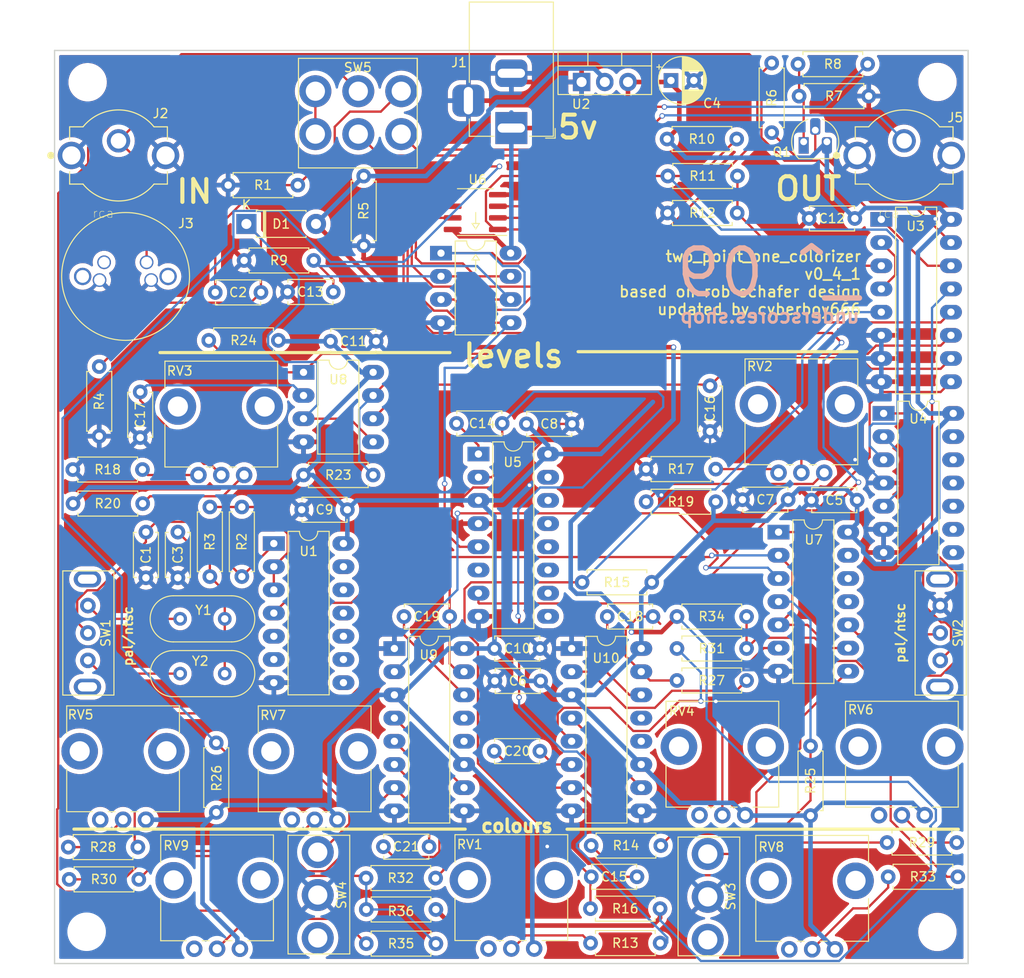
<source format=kicad_pcb>
(kicad_pcb (version 20211014) (generator pcbnew)
  (title_block (title "two point one colorizer") (company "designed by rob schafer") (comment 1 "pcb by cyberboy666"))
  (layers (0 "F.Cu" signal) (31 "B.Cu" signal) (34 "B.Paste" user) (35 "F.Paste" user) (36 "B.SilkS" user "B.Silkscreen") (37 "F.SilkS" user "F.Silkscreen") (38 "B.Mask" user) (39 "F.Mask" user) (44 "Edge.Cuts" user))
  (net 0 "")
  (net 1 "GND")
  (net 2 "Net-(C1-Pad1)")
  (net 3 "/comparators/video")
  (net 4 "+5V")
  (net 5 "Net-(C13-Pad2)")
  (net 6 "Net-(C14-Pad1)")
  (net 7 "/sync_and_burst/burst_signal")
  (net 8 "Net-(C18-Pad1)")
  (net 9 "Net-(C19-Pad1)")
  (net 10 "1.25v")
  (net 11 "Net-(J5-Pad1)")
  (net 12 "Net-(Q1-Pad2)")
  (net 13 "Net-(Q1-Pad1)")
  (net 14 "/comparators/comparator1")
  (net 15 "/comparators/comparator2")
  (net 16 "/colours/colour1")
  (net 17 "/colours/colour2")
  (net 21 "Net-(SW1-Pad3)")
  (net 22 "Net-(SW2-Pad3)")
  (net 26 "/colours/crystal")
  (net 32 "colours")
  (net 33 "/sync_and_burst/burst_pulse")
  (net 34 "black_sync_and_burst")
  (net 38 "Net-(U9-Pad10)")
  (net 39 "Net-(C16-Pad1)")
  (net 40 "Net-(C17-Pad1)")
  (net 41 "Net-(C18-Pad2)")
  (net 42 "Net-(C19-Pad2)")
  (net 43 "Net-(R10-Pad2)")
  (net 44 "Net-(R17-Pad2)")
  (net 45 "Net-(R30-Pad1)")
  (net 49 "/sync_and_burst/black_and_sync")
  (net 50 "Net-(C21-Pad1)")
  (net 51 "Net-(C21-Pad2)")
  (net 58 "Net-(C3-Pad1)")
  (net 59 "Net-(C14-Pad2)")
  (net 60 "Net-(C15-Pad2)")
  (net 61 "Net-(C20-Pad1)")
  (net 62 "Net-(C20-Pad2)")
  (net 71 "Net-(R2-Pad1)")
  (net 72 "Net-(R6-Pad2)")
  (net 73 "Net-(R13-Pad1)")
  (net 74 "Net-(R14-Pad2)")
  (net 75 "Net-(R18-Pad2)")
  (net 76 "Net-(R25-Pad2)")
  (net 77 "Net-(R26-Pad2)")
  (net 78 "Net-(R27-Pad1)")
  (net 79 "Net-(R28-Pad1)")
  (net 80 "Net-(R29-Pad1)")
  (net 81 "Net-(R31-Pad2)")
  (net 82 "Net-(R32-Pad2)")
  (net 83 "Net-(R33-Pad1)")
  (net 84 "Net-(R35-Pad1)")
  (net 86 "Net-(SW1-Pad1)")
  (net 87 "Net-(SW2-Pad2)")
  (net 88 "unconnected-(U6-Pad3)")
  (net 89 "Net-(U4-Pad2)")
  (net 90 "unconnected-(U6-Pad7)")
  (net 98 "Net-(U10-Pad2)")
  (net 99 "Net-(U7-Pad3)")
  (net 100 "Net-(U10-Pad10)")
  (net 101 "video_in")
  (net 102 "Net-(J2-Pad1)")
  (net 103 "video_out")
  (net 104 "Net-(R19-Pad2)")
  (net 105 "Net-(R20-Pad2)")
  (net 106 "Net-(SW5-Pad1)")
  (net 107 "Net-(U5-Pad5)")
  (footprint "lib_fp:C_Disc_D4.7mm_W2.5mm_P5.00mm" (layer "F.Cu") (at 115 87.75 -90)
    (fp_text reference "C1")
    (fp_text value "33p")
  )
  (footprint "lib_fp:C_Disc_D4.7mm_W2.5mm_P5.00mm" (layer "F.Cu") (at 127.59 61.5 180)
    (fp_text reference "C2")
    (fp_text value "0.1u")
  )
  (footprint "lib_fp:C_Disc_D4.7mm_W2.5mm_P5.00mm" (layer "F.Cu") (at 118.5 87.75 -90)
    (fp_text reference "C3")
    (fp_text value "33p")
  )
  (footprint "Capacitor_THT:CP_Radial_D5.0mm_P2.50mm" (layer "F.Cu") (at 172.474888 38.29)
    (fp_text reference "C4")
    (fp_text value "10u")
  )
  (footprint "lib_fp:C_Disc_D4.7mm_W2.5mm_P5.00mm" (layer "F.Cu") (at 192.85 84.25 180)
    (fp_text reference "C5")
    (fp_text value "0.1u")
  )
  (footprint "lib_fp:C_Disc_D4.7mm_W2.5mm_P5.00mm" (layer "F.Cu") (at 158.2 104.05 180)
    (fp_text reference "C6")
    (fp_text value "0.1u")
  )
  (footprint "lib_fp:C_Disc_D4.7mm_W2.5mm_P5.00mm" (layer "F.Cu") (at 185.3 84.2 180)
    (fp_text reference "C7")
    (fp_text value "0.1u")
  )
  (footprint "lib_fp:C_Disc_D4.7mm_W2.5mm_P5.00mm" (layer "F.Cu") (at 156.65 75.9)
    (fp_text reference "C8")
    (fp_text value "0.1u")
  )
  (footprint "lib_fp:C_Disc_D4.7mm_W2.5mm_P5.00mm" (layer "F.Cu") (at 137.05 85.3 180)
    (fp_text reference "C9")
    (fp_text value "0.1u")
  )
  (footprint "lib_fp:C_Disc_D4.7mm_W2.5mm_P5.00mm" (layer "F.Cu") (at 153.15 100.5)
    (fp_text reference "C10")
    (fp_text value "0.1u")
  )
  (footprint "lib_fp:C_Disc_D4.7mm_W2.5mm_P5.00mm" (layer "F.Cu") (at 135.2 66.85)
    (fp_text reference "C11")
    (fp_text value "0.1u")
  )
  (footprint "lib_fp:C_Disc_D4.7mm_W2.5mm_P5.00mm" (layer "F.Cu") (at 192.6 53.4 180)
    (fp_text reference "C12")
    (fp_text value "0.1u")
  )
  (footprint "lib_fp:C_Disc_D4.7mm_W2.5mm_P5.00mm" (layer "F.Cu") (at 130.51 61.45)
    (fp_text reference "C13")
    (fp_text value "0.1u")
  )
  (footprint "lib_fp:C_Disc_D4.7mm_W2.5mm_P5.00mm" (layer "F.Cu") (at 154 75.85 180)
    (fp_text reference "C14")
    (fp_text value "0.1n")
  )
  (footprint "lib_fp:C_Disc_D4.7mm_W2.5mm_P5.00mm" (layer "F.Cu") (at 163.75 125.5)
    (fp_text reference "C15")
    (fp_text value "0.1u")
  )
  (footprint "lib_fp:C_Disc_D4.7mm_W2.5mm_P5.00mm" (layer "F.Cu") (at 176.75 71.725 -90)
    (fp_text reference "C16")
    (fp_text value "0.1u")
  )
  (footprint "lib_fp:C_Disc_D4.7mm_W2.5mm_P5.00mm" (layer "F.Cu") (at 114.375 72.4 -90)
    (fp_text reference "C17")
    (fp_text value "0.1u")
  )
  (footprint "lib_fp:C_Disc_D4.7mm_W2.5mm_P5.00mm" (layer "F.Cu") (at 170.5 97 180)
    (fp_text reference "C18")
    (fp_text value "10p")
  )
  (footprint "lib_fp:C_Disc_D4.7mm_W2.5mm_P5.00mm" (layer "F.Cu") (at 148.25 97 180)
    (fp_text reference "C19")
    (fp_text value "10p")
  )
  (footprint "lib_fp:C_Disc_D4.7mm_W2.5mm_P5.00mm" (layer "F.Cu") (at 153.13 111.74)
    (fp_text reference "C20")
    (fp_text value "10p")
  )
  (footprint "lib_fp:C_Disc_D4.7mm_W2.5mm_P5.00mm" (layer "F.Cu") (at 146 122.2 180)
    (fp_text reference "C21")
    (fp_text value "10p")
  )
  (footprint "Diode_THT:D_DO-41_SOD81_P7.62mm_Horizontal" (layer "F.Cu") (at 126 54)
    (fp_text reference "D1")
    (fp_text value "1n914")
  )
  (footprint "Connector_BarrelJack:BarrelJack_Horizontal" (layer "F.Cu") (at 155 43.5 -90)
    (fp_text reference "J1")
    (fp_text value "Barrel_Jack")
  )
  (footprint "lib_fp:tht_vertical_rca" (layer "F.Cu") (at 112 46.5)
    (fp_text reference "J2")
    (fp_text value "rca")
  )
  (footprint "lib_fp:mini-din-4-vertical_KMDVLX-4S-N-1" (layer "F.Cu") (at 113.875 60.5)
    (fp_text reference "J3")
    (fp_text value "mini-din4")
  )
  (footprint "lib_fp:tht_vertical_rca" (layer "F.Cu") (at 198 46.5)
    (fp_text reference "J5")
    (fp_text value "rca")
  )
  (footprint "Package_TO_SOT_THT:TO-92L_HandSolder" (layer "F.Cu") (at 187 45)
    (fp_text reference "Q1")
    (fp_text value "2N3904")
  )
  (footprint "lib_fp:R_Axial_DIN0207_L6.3mm_D2.5mm_P7.62mm_Horizontal" (layer "F.Cu") (at 131.625 49.75 180)
    (fp_text reference "R1")
    (fp_text value "75")
  )
  (footprint "lib_fp:R_Axial_DIN0207_L6.3mm_D2.5mm_P7.62mm_Horizontal" (layer "F.Cu") (at 125.5 85 -90)
    (fp_text reference "R2")
    (fp_text value "1m")
  )
  (footprint "lib_fp:R_Axial_DIN0207_L6.3mm_D2.5mm_P7.62mm_Horizontal" (layer "F.Cu") (at 122 85 -90)
    (fp_text reference "R3")
    (fp_text value "5.1k")
  )
  (footprint "lib_fp:R_Axial_DIN0207_L6.3mm_D2.5mm_P7.62mm_Horizontal" (layer "F.Cu") (at 138.84 48.76 -90)
    (fp_text reference "R5")
    (fp_text value "75")
  )
  (footprint "lib_fp:R_Axial_DIN0207_L6.3mm_D2.5mm_P7.62mm_Horizontal" (layer "F.Cu") (at 183.5 44 90)
    (fp_text reference "R6")
    (fp_text value "100")
  )
  (footprint "lib_fp:R_Axial_DIN0207_L6.3mm_D2.5mm_P7.62mm_Horizontal" (layer "F.Cu") (at 186.5 40)
    (fp_text reference "R7")
    (fp_text value "1k")
  )
  (footprint "lib_fp:R_Axial_DIN0207_L6.3mm_D2.5mm_P7.62mm_Horizontal" (layer "F.Cu") (at 194 36.5 180)
    (fp_text reference "R8")
    (fp_text value "75")
  )
  (footprint "lib_fp:R_Axial_DIN0207_L6.3mm_D2.5mm_P7.62mm_Horizontal" (layer "F.Cu") (at 125.75 58)
    (fp_text reference "R9")
    (fp_text value "680k")
  )
  (footprint "lib_fp:R_Axial_DIN0207_L6.3mm_D2.5mm_P7.62mm_Horizontal" (layer "F.Cu") (at 172.05 44.7)
    (fp_text reference "R10")
    (fp_text value "10k")
  )
  (footprint "lib_fp:R_Axial_DIN0207_L6.3mm_D2.5mm_P7.62mm_Horizontal" (layer "F.Cu") (at 179.75 48.75 180)
    (fp_text reference "R11")
    (fp_text value "1k")
  )
  (footprint "lib_fp:R_Axial_DIN0207_L6.3mm_D2.5mm_P7.62mm_Horizontal" (layer "F.Cu") (at 172.1 52.8)
    (fp_text reference "R12")
    (fp_text value "1k")
  )
  (footprint "lib_fp:R_Axial_DIN0207_L6.3mm_D2.5mm_P7.62mm_Horizontal" (layer "F.Cu") (at 163.67 132.76)
    (fp_text reference "R13")
    (fp_text value "10k")
  )
  (footprint "lib_fp:R_Axial_DIN0207_L6.3mm_D2.5mm_P7.62mm_Horizontal" (layer "F.Cu") (at 163.74 122.08)
    (fp_text reference "R14")
    (fp_text value "10k")
  )
  (footprint "lib_fp:R_Axial_DIN0207_L6.3mm_D2.5mm_P7.62mm_Horizontal" (layer "F.Cu") (at 162.75 93.25)
    (fp_text reference "R15")
    (fp_text value "12k")
  )
  (footprint "lib_fp:R_Axial_DIN0207_L6.3mm_D2.5mm_P7.62mm_Horizontal" (layer "F.Cu") (at 171.28 128.99 180)
    (fp_text reference "R16")
    (fp_text value "1.5k")
  )
  (footprint "lib_fp:R_Axial_DIN0207_L6.3mm_D2.5mm_P7.62mm_Horizontal" (layer "F.Cu") (at 169.75 80.85)
    (fp_text reference "R17")
    (fp_text value "18k")
  )
  (footprint "lib_fp:R_Axial_DIN0207_L6.3mm_D2.5mm_P7.62mm_Horizontal" (layer "F.Cu") (at 107 80.9)
    (fp_text reference "R18")
    (fp_text value "18k")
  )
  (footprint "lib_fp:R_Axial_DIN0207_L6.3mm_D2.5mm_P7.62mm_Horizontal" (layer "F.Cu") (at 177.375 84.425 180)
    (fp_text reference "R19")
    (fp_text value "22k")
  )
  (footprint "lib_fp:R_Axial_DIN0207_L6.3mm_D2.5mm_P7.62mm_Horizontal" (layer "F.Cu") (at 107.025 84.625)
    (fp_text reference "R20")
    (fp_text value "22k")
  )
  (footprint "lib_fp:R_Axial_DIN0207_L6.3mm_D2.5mm_P7.62mm_Horizontal" (layer "F.Cu") (at 132.25 81.5)
    (fp_text reference "R23")
    (fp_text value "82k")
  )
  (footprint "lib_fp:R_Axial_DIN0207_L6.3mm_D2.5mm_P7.62mm_Horizontal" (layer "F.Cu") (at 129.5 66.75 180)
    (fp_text reference "R24")
    (fp_text value "82k")
  )
  (footprint "lib_fp:R_Axial_DIN0207_L6.3mm_D2.5mm_P7.62mm_Horizontal" (layer "F.Cu") (at 187.75 118.8 90)
    (fp_text reference "R25")
    (fp_text value "10k")
  )
  (footprint "lib_fp:R_Axial_DIN0207_L6.3mm_D2.5mm_P7.62mm_Horizontal" (layer "F.Cu") (at 122.7 118.45 90)
    (fp_text reference "R26")
    (fp_text value "10k")
  )
  (footprint "lib_fp:R_Axial_DIN0207_L6.3mm_D2.5mm_P7.62mm_Horizontal" (layer "F.Cu") (at 180.75 104 180)
    (fp_text reference "R27")
    (fp_text value "2.7k")
  )
  (footprint "lib_fp:R_Axial_DIN0207_L6.3mm_D2.5mm_P7.62mm_Horizontal" (layer "F.Cu") (at 106.5 122.25)
    (fp_text reference "R28")
    (fp_text value "2.7k")
  )
  (footprint "lib_fp:R_Axial_DIN0207_L6.3mm_D2.5mm_P7.62mm_Horizontal" (layer "F.Cu") (at 203.75 121.75 180)
    (fp_text reference "R29")
    (fp_text value "2.7k")
  )
  (footprint "lib_fp:R_Axial_DIN0207_L6.3mm_D2.5mm_P7.62mm_Horizontal" (layer "F.Cu") (at 106.6 125.78)
    (fp_text reference "R30")
    (fp_text value "2.7k")
  )
  (footprint "lib_fp:R_Axial_DIN0207_L6.3mm_D2.5mm_P7.62mm_Horizontal" (layer "F.Cu") (at 180.75 100.5 180)
    (fp_text reference "R31")
    (fp_text value "1k")
  )
  (footprint "lib_fp:R_Axial_DIN0207_L6.3mm_D2.5mm_P7.62mm_Horizontal" (layer "F.Cu") (at 139.09 125.64)
    (fp_text reference "R32")
    (fp_text value "1k")
  )
  (footprint "lib_fp:R_Axial_DIN0207_L6.3mm_D2.5mm_P7.62mm_Horizontal" (layer "F.Cu") (at 196.25 125.5)
    (fp_text reference "R33")
    (fp_text value "1.5k")
  )
  (footprint "lib_fp:R_Axial_DIN0207_L6.3mm_D2.5mm_P7.62mm_Horizontal" (layer "F.Cu") (at 180.75 97 180)
    (fp_text reference "R34")
    (fp_text value "3.3k")
  )
  (footprint "lib_fp:R_Axial_DIN0207_L6.3mm_D2.5mm_P7.62mm_Horizontal" (layer "F.Cu") (at 139.12 132.82)
    (fp_text reference "R35")
    (fp_text value "1.5k")
  )
  (footprint "lib_fp:R_Axial_DIN0207_L6.3mm_D2.5mm_P7.62mm_Horizontal" (layer "F.Cu") (at 139.12 129.08)
    (fp_text reference "R36")
    (fp_text value "3.3k")
  )
  (footprint "lib_fp:Potentiometer_Vertical_Large" (layer "F.Cu") (at 157.5 133.36 90)
    (fp_text reference "RV1")
    (fp_text value "20k_pot")
  )
  (footprint "lib_fp:Potentiometer_Vertical_Large" (layer "F.Cu") (at 189.25 81.25 90)
    (fp_text reference "RV2")
    (fp_text value "10k_pot")
  )
  (footprint "lib_fp:Potentiometer_Vertical_Large" (layer "F.Cu") (at 125.75 81.5 90)
    (fp_text reference "RV3")
    (fp_text value "10k_pot")
  )
  (footprint "lib_fp:Potentiometer_Vertical_Large" (layer "F.Cu") (at 180.6 118.75 90)
    (fp_text reference "RV4")
    (fp_text value "10k_pot")
  )
  (footprint "lib_fp:Potentiometer_Vertical_Large" (layer "F.Cu") (at 115 119.25 90)
    (fp_text reference "RV5")
    (fp_text value "10k_pot")
  )
  (footprint "lib_fp:Potentiometer_Vertical_Large" (layer "F.Cu") (at 200.25 118.75 90)
    (fp_text reference "RV6")
    (fp_text value "10k_pot")
  )
  (footprint "lib_fp:Potentiometer_Vertical_Large" (layer "F.Cu") (at 135.97 119.26 90)
    (fp_text reference "RV7")
    (fp_text value "10k_pot")
  )
  (footprint "lib_fp:spdt_slide_switch_small_tayda" (layer "F.Cu") (at 108.75 98.75 -90)
    (fp_text reference "SW1")
    (fp_text value "SPDT_slide")
  )
  (footprint "lib_fp:spdt_slide_switch_small_tayda" (layer "F.Cu") (at 202.05 98.75 -90)
    (fp_text reference "SW2")
    (fp_text value "SPDT_slide")
  )
  (footprint "lib_fp:mini_toggle_switch_tayda" (layer "F.Cu") (at 183.5 127.65 -90)
    (fp_text reference "SW3")
    (fp_text value "SPDT")
  )
  (footprint "lib_fp:mini_toggle_switch_tayda" (layer "F.Cu") (at 140.81 127.45 -90)
    (fp_text reference "SW4")
    (fp_text value "SPDT")
  )
  (footprint "Package_DIP:DIP-14_W7.62mm_LongPads" (layer "F.Cu") (at 129 89)
    (fp_text reference "U1")
    (fp_text value "4069")
  )
  (footprint "Package_TO_SOT_THT:TO-220-3_Vertical" (layer "F.Cu") (at 162.69 38.455)
    (fp_text reference "U2")
    (fp_text value "LM317")
  )
  (footprint "Package_DIP:DIP-16_W7.62mm_LongPads" (layer "F.Cu") (at 195.5 53.5)
    (fp_text reference "U3")
    (fp_text value "CD4053")
  )
  (footprint "Package_DIP:DIP-14_W7.62mm_LongPads" (layer "F.Cu") (at 195.75 74.75)
    (fp_text reference "U4")
    (fp_text value "CD4013")
  )
  (footprint "Package_DIP:DIP-16_W7.62mm_LongPads" (layer "F.Cu") (at 151.4 79.2)
    (fp_text reference "U5")
    (fp_text value "74HC4538")
  )
  (footprint "lib_fp:DIP-SOIC-8" (layer "F.Cu") (at 151 51.05)
    (fp_text reference "U6")
    (fp_text value "LM1881")
  )
  (footprint "Package_DIP:DIP-14_W7.62mm_LongPads" (layer "F.Cu") (at 184.25 87.75)
    (fp_text reference "U7")
    (fp_text value "74HC86")
  )
  (footprint "Package_DIP:DIP-8_W7.62mm_LongPads" (layer "F.Cu") (at 132.25 70.25)
    (fp_text reference "U8")
    (fp_text value "LM393")
  )
  (footprint "Package_DIP:DIP-16_W7.62mm_LongPads" (layer "F.Cu") (at 142.2 100.5)
    (fp_text reference "U9")
    (fp_text value "74LS221")
  )
  (footprint "Package_DIP:DIP-16_W7.62mm_LongPads" (layer "F.Cu") (at 161.6 100.5)
    (fp_text reference "U10")
    (fp_text value "74LS221")
  )
  (footprint "Crystal:Crystal_HC49-4H_Vertical" (layer "F.Cu") (at 118.75 97.25)
    (fp_text reference "Y1")
    (fp_text value "3.8MHZ_Crystal")
  )
  (footprint "Crystal:Crystal_HC49-4H_Vertical" (layer "F.Cu") (at 118.75 103.25)
    (fp_text reference "Y2")
    (fp_text value "4.4MHZ_Crystal")
  )
  (footprint "lib_fp:dpdt_mini_toggle_switch_tayda" (layer "F.Cu") (at 138.2 32.365)
    (fp_text reference "SW5")
    (fp_text value "SW_DPDT_x2")
  )
  (footprint "lib_fp:R_Axial_DIN0207_L6.3mm_D2.5mm_P7.62mm_Horizontal" (layer "F.Cu") (at 109.89 69.62 -90)
    (fp_text reference "R4")
    (fp_text value "1m")
  )
  (footprint "lib_fp:Potentiometer_Vertical_Large" (layer "F.Cu") (at 190.43 133.44 90)
    (fp_text reference "RV8")
    (fp_text value "5k_trim")
  )
  (footprint "MountingHole:MountingHole_3.2mm_M3" (layer "F.Cu") (at 108.62 38.48)
    (fp_text reference "REF**" hide)
    (fp_text value "MountingHole_3.2mm_M3")
  )
  (footprint "lib_fp:Potentiometer_Vertical_Large" (layer "F.Cu") (at 125.29 133.385 90)
    (fp_text reference "RV9")
    (fp_text value "5k_trim")
  )
  (footprint "MountingHole:MountingHole_3.2mm_M3" (layer "F.Cu") (at 201.65 38.45)
    (fp_text reference "REF**" hide)
    (fp_text value "MountingHole_3.2mm_M3")
  )
  (footprint "MountingHole:MountingHole_3.2mm_M3" (layer "F.Cu") (at 201.64 131.54)
    (fp_text reference "REF**" hide)
    (fp_text value "MountingHole_3.2mm_M3")
  )
  (footprint "MountingHole:MountingHole_3.2mm_M3" (layer "F.Cu") (at 108.51 131.52)
    (fp_text reference "REF**" hide)
    (fp_text value "MountingHole_3.2mm_M3")
  )
  (gr_line (start 116.54 68.09) (end 148.28 68.09) (layer "F.SilkS") (width 0.35))
  (gr_line (start 161.1 120.29) (end 203.93 120.29) (layer "F.SilkS") (width 0.35))
  (gr_line (start 107.12 120.28) (end 149.95 120.28) (layer "F.SilkS") (width 0.35))
  (gr_line (start 162.31 67.99) (end 192.82 67.99) (layer "F.SilkS") (width 0.35))
  (gr_line (start 205 35) (end 205 135) (layer "Edge.Cuts") (width 0.15))
  (gr_line (start 105 35) (end 205 35) (layer "Edge.Cuts") (width 0.15))
  (gr_line (start 205 135) (end 105 135) (layer "Edge.Cuts") (width 0.15))
  (gr_line (start 105 135) (end 105 35) (layer "Edge.Cuts") (width 0.15))
  (gr_text "_^ 09" (at 183.1 59.35) (layer "B.SilkS") (effects (font (size 5 5) (thickness 0.6)) (justify mirror)))
  (gr_text "underscores.shop" (at 183.3 64.1) (layer "B.SilkS") (effects (font (size 1.5 1.5) (thickness 0.3)) (justify mirror)))
  (gr_text "levels" (at 155.23 68.44) (layer "F.SilkS") (effects (font (size 2.5 2.5) (thickness 0.45))))
  (gr_text "IN" (at 120.3 50.45) (layer "F.SilkS") (effects (font (size 2.5 2.5) (thickness 0.45))))
  (gr_text "OUT" (at 187.51 50.14) (layer "F.SilkS") (effects (font (size 2.5 2.5) (thickness 0.45))))
  (gr_text "5v" (at 162.3 43.4) (layer "F.SilkS") (effects (font (size 2.5 2.5) (thickness 0.45))))
  (gr_text "pal/ntsc" (at 197.6 98.8 90) (layer "F.SilkS") (effects (font (size 1 1) (thickness 0.2))))
  (gr_text "pal/ntsc" (at 113.05 99.15 90) (layer "F.SilkS") (effects (font (size 1 1) (thickness 0.2))))
  (gr_text "two_point_one_colorizer\nv0_4_1\nbased on rob schafer design\nupdated by cyberboy666" (at 193.4 60.45) (layer "F.SilkS") (effects (font (size 1.2 1.2) (thickness 0.2)) (justify right)))
  (gr_text "colours" (at 155.61 119.93) (layer "F.SilkS") (effects (font (size 1.4 1.4) (thickness 0.35))))
  (segment (start 153.363986 82.86501) (end 156.71499 82.86501) (width 0.25) (layer "F.Cu") (net 1))
  (segment (start 160.328996 75.9) (end 161.65 75.9) (width 0.25) (layer "F.Cu") (net 1))
  (segment (start 203.15 46.5) (end 201.406942 48.243058) (width 0.25) (layer "F.Cu") (net 1))
  (segment (start 156.71499 82.86501) (end 156.99 82.59) (width 0.25) (layer "F.Cu") (net 1))
  (segment (start 162.69 38.455) (end 155.955 38.455) (width 0.5) (layer "F.Cu") (net 1))
  (segment (start 155.03 118.28) (end 158.93 122.18) (width 0.25) (layer "F.Cu") (net 1))
  (segment (start 188.063002 84.25) (end 192.493002 79.82) (width 0.25) (layer "F.Cu") (net 1))
  (segment (start 148.474999 85.213997) (end 150.823986 82.86501) (width 0.25) (layer "F.Cu") (net 1))
  (segment (start 150.823986 82.86501) (end 153.363986 82.86501) (width 0.25) (layer "F.Cu") (net 1))
  (segment (start 201.406942 48.243058) (end 201.406942 53.443058) (width 0.25) (layer "F.Cu") (net 1))
  (segment (start 187.85 84.25) (end 188.063002 84.25) (width 0.25) (layer "F.Cu") (net 1))
  (segment (start 156.99 82.59) (end 156.99 82.62) (width 0.25) (layer "F.Cu") (net 1))
  (segment (start 192.493002 79.82) (end 192.63 79.82) (width 0.25) (layer "F.Cu") (net 1))
  (segment (start 148.474999 86.000001) (end 148.474999 85.213997) (width 0.25) (layer "F.Cu") (net 1))
  (segment (start 153.363986 82.86501) (end 160.328996 75.9) (width 0.25) (layer "F.Cu") (net 1))
  (segment (start 151.4 86.82) (end 149.294998 86.82) (width 0.25) (layer "F.Cu") (net 1))
  (segment (start 149.82 118.28) (end 155.03 118.28) (width 0.25) (layer "F.Cu") (net 1))
  (segment (start 149.294998 86.82) (end 148.474999 86.000001) (width 0.25) (layer "F.Cu") (net 1))
  (segment (start 155.955 38.455) (end 155 37.5) (width 0.5) (layer "F.Cu") (net 1))
  (via (at 201.406942 53.443058) (size 0.6) (drill 0.4) (layers "F.Cu" "B.Cu") (net 1))
  (via (at 156.99 82.62) (size 0.6) (drill 0.4) (layers "F.Cu" "B.Cu") (net 1))
  (via (at 192.63 79.82) (size 0.6) (drill 0.4) (layers "F.Cu" "B.Cu") (net 1))
  (via (at 177.38 106.29) (size 0.6) (drill 0.4) (layers "F.Cu" "B.Cu") (net 1))
  (via (at 171.423058 83.693058) (size 0.6) (drill 0.4) (layers "F.Cu" "B.Cu") (net 1))
  (via (at 158.93 122.18) (size 0.6) (drill 0.4) (layers "F.Cu" "B.Cu") (net 1))
  (segment (start 184.134999 102.874999) (end 180.209999 102.874999) (width 0.25) (layer "B.Cu") (net 1))
  (segment (start 180.209999 102.874999) (end 177.38 105.704998) (width 0.25) (layer "B.Cu") (net 1))
  (segment (start 192.63 79.82) (end 193.2 79.82) (width 0.25) (layer "B.Cu") (net 1))
  (segment (start 176.75 76.725) (end 176.75 78.366116) (width 0.25) (layer "B.Cu") (net 1))
  (segment (start 184.25 102.99) (end 184.134999 102.874999) (width 0.25) (layer "B.Cu") (net 1))
  (segment (start 161.6 119.51) (end 161.6 118.28) (width 0.25) (layer "B.Cu") (net 1))
  (segment (start 158.93 122.18) (end 161.6 119.51) (width 0.25) (layer "B.Cu") (net 1))
  (segment (start 177.38 105.704998) (end 177.38 106.29) (width 0.25) (layer "B.Cu") (net 1))
  (segment (start 193.2 79.82) (end 195.75 82.37) (width 0.25) (layer "B.Cu") (net 1))
  (segment (start 156.99 82.62) (end 157.04 82.67) (width 0.25) (layer "B.Cu") (net 1))
  (segment (start 176.75 78.366116) (end 171.423058 83.693058) (width 0.25) (layer "B.Cu") (net 1))
  (segment (start 115 87.75) (end 116.125001 86.624999) (width 0.25) (layer "F.Cu") (net 2))
  (segment (start 109.707415 94.12501) (end 115 88.832425) (width 0.25) (layer "F.Cu") (net 2))
  (segment (start 129 89) (end 129 89.12) (width 0.25) (layer "F.Cu") (net 2))
  (segment (start 115 88.832425) (end 115 87.75) (width 0.25) (layer "F.Cu") (net 2))
  (segment (start 108.585988 94.12501) (end 109.707415 94.12501) (width 0.25) (layer "F.Cu") (net 2))
  (segment (start 108.65 98.8) (end 107.474999 97.624999) (width 0.25) (layer "F.Cu") (net 2))
  (segment (start 129 89.12) (end 125.5 92.62) (width 0.25) (layer "F.Cu") (net 2))
  (segment (start 107.474999 97.624999) (end 107.474999 95.235999) (width 0.25) (layer "F.Cu") (net 2))
  (segment (start 116.125001 86.624999) (end 119.504999 86.624999) (width 0.25) (layer "F.Cu") (net 2))
  (segment (start 119.504999 86.624999) (end 125.5 92.62) (width 0.25) (layer "F.Cu") (net 2))
  (segment (start 107.474999 95.235999) (end 108.585988 94.12501) (width 0.25) (layer "F.Cu") (net 2))
  (segment (start 150.81501 60.86501) (end 157.33499 60.86501) (width 0.25) (layer "F.Cu") (net 3))
  (segment (start 132.25 75.33) (end 137.33 75.33) (width 0.25) (layer "F.Cu") (net 3))
  (segment (start 137.33 75.33) (end 139.87 77.87) (width 0.25) (layer "F.Cu") (net 3))
  (segment (start 157.75 54.1) (end 156.985 53.335) (width 0.25) (layer "F.Cu") (net 3))
  (segment (start 147.3 59.74) (end 149.69 59.74) (width 0.25) (layer "F.Cu") (net 3))
  (segment (start 157.33499 60.86501) (end 157.75 60.45) (width 0.25) (layer "F.Cu") (net 3))
  (segment (start 127.59 55.59) (end 127.59 61.5) (width 0.25) (layer "F.Cu") (net 3))
  (segment (start 149.69 59.74) (end 150.81501 60.86501) (width 0.25) (layer "F.Cu") (net 3))
  (segment (start 116.884999 62.625001) (end 109.89 69.62) (width 0.25) (layer "F.Cu") (net 3))
  (segment (start 156.985 53.335) (end 153.525 53.335) (width 0.25) (layer "F.Cu") (net 3))
  (segment (start 127.59 61.5) (end 126.464999 62.625001) (width 0.25) (layer "F.Cu") (net 3))
  (segment (start 126.464999 62.625001) (end 116.884999 62.625001) (width 0.25) (layer "F.Cu") (net 3))
  (segment (start 126 54) (end 127.59 55.59) (width 0.25) (layer "F.Cu") (net 3))
  (segment (start 157.75 60.45) (end 157.75 54.1) (width 0.25) (layer "F.Cu") (net 3))
  (segment (start 131.74 59.74) (end 126 54) (width 0.25) (layer "B.Cu") (net 3))
  (segment (start 128.374999 66.209999) (end 128.374999 67.290001) (width 0.25) (layer "B.Cu") (net 3))
  (segment (start 128.374999 67.290001) (end 130.209997 69.124999) (width 0.25) (layer "B.Cu") (net 3))
  (segment (start 133.775001 69.189999) (end 133.775001 73.804999) (width 0.25) (layer "B.Cu") (net 3))
  (segment (start 130.209997 69.124999) (end 133.710001 69.124999) (width 0.25) (layer "B.Cu") (net 3))
  (segment (start 131.74 59.74) (end 131.74 62.844998) (width 0.25) (layer "B.Cu") (net 3))
  (segment (start 131.74 62.844998) (end 128.374999 66.209999) (width 0.25) (layer "B.Cu") (net 3))
  (segment (start 133.710001 69.124999) (end 133.775001 69.189999) (width 0.25) (layer "B.Cu") (net 3))
  (segment (start 147.3 59.74) (end 131.74 59.74) (width 0.25) (layer "B.Cu") (net 3))
  (segment (start 133.775001 73.804999) (end 132.25 75.33) (width 0.25) (layer "B.Cu") (net 3))
  (segment (start 172.05 44.7) (end 173.39 43.36) (width 0.5) (layer "F.Cu") (net 4))
  (segment (start 153.07501 55.35501) (end 154.92 57.2) (width 0.5) (layer "F.Cu") (net 4))
  (segment (start 172.474888 38.624888) (end 172.474888 38.29) (width 0.5) (layer "F.Cu") (net 4))
  (segment (start 172.309888 38.455) (end 172.474888 38.29) (width 0.5) (layer "F.Cu") (net 4))
  (segment (start 149.32501 55.35501) (end 153.07501 55.35501) (width 0.5) (layer "F.Cu") (net 4))
  (segment (start 167.77 38.455) (end 172.309888 38.455) (width 0.5) (layer "F.Cu") (net 4))
  (segment (start 148.575 54.605) (end 149.32501 55.35501) (width 0.5) (layer "F.Cu") (net 4))
  (segment (start 173.39 43.36) (end 173.39 39.54) (width 0.5) (layer "F.Cu") (net 4))
  (segment (start 167.77 39.99) (end 167.77 38.455) (width 0.5) (layer "F.Cu") (net 4))
  (segment (start 173.39 39.54) (end 172.474888 38.624888) (width 0.5) (layer "F.Cu") (net 4))
  (segment (start 155 43.5) (end 164.26 43.5) (width 0.5) (layer "F.Cu") (net 4))
  (segment (start 164.26 43.5) (end 167.77 39.99) (width 0.5) (layer "F.Cu") (net 4))
  (segment (start 135.2 66.85) (end 129.6 66.85) (width 0.5) (layer "B.Cu") (net 4))
  (segment (start 138.07 84.28) (end 137.05 85.3) (width 0.5) (layer "B.Cu") (net 4))
  (segment (start 177.120001 84.679999) (end 177.375 84.425) (width 0.5) (layer "B.Cu") (net 4))
  (segment (start 121.900001 119.249999) (end 122.7 118.45) (width 0.5) (layer "B.Cu") (net 4))
  (segment (start 138.6 70.25) (end 135.2 66.85) (width 0.5) (layer "B.Cu") (net 4))
  (segment (start 155 41.795998) (end 155 43.5) (width 0.5) (layer "B.Cu") (net 4))
  (segment (start 142.2 105.58) (end 149.82 113.2) (width 0.5) (layer "B.Cu") (net 4))
  (segment (start 186.500001 82.999999) (end 191.599999 82.999999) (width 0.5) (layer "B.Cu") (net 4))
  (segment (start 125.01 132.21) (end 125.01 133.105) (width 0.5) (layer "B.Cu") (net 4))
  (segment (start 193.750001 52.249999) (end 201.869999 52.249999) (width 0.5) (layer "B.Cu") (net 4))
  (segment (start 153.15 100.5) (end 149.82 100.5) (width 0.5) (layer "B.Cu") (net 4))
  (segment (start 108.799999 82.850001) (end 107.025 84.625) (width 0.5) (layer "B.Cu") (net 4))
  (segment (start 187.789999 46.750001) (end 189.54 45) (width 0.5) (layer "B.Cu") (net 4))
  (segment (start 151.4 84.28) (end 138.07 84.28) (width 0.5) (layer "B.Cu") (net 4))
  (segment (start 153.15 100.5) (end 153.15 86.03) (width 0.5) (layer "B.Cu") (net 4))
  (segment (start 192.6 53.4) (end 189.54 50.34) (width 0.5) (layer "B.Cu") (net 4))
  (segment (start 196.667771 91.24001) (end 194.832229 91.24001) (width 0.5) (layer "B.Cu") (net 4))
  (segment (start 177.120001 86.499999) (end 177.120001 84.679999) (width 0.5) (layer "B.Cu") (net 4))
  (segment (start 135.285 118.285) (end 135.97 118.97) (width 0.5) (layer "B.Cu") (net 4))
  (segment (start 151.4 84.28) (end 153.94 84.28) (width 0.5) (layer "B.Cu") (net 4))
  (segment (start 187.75 118.8) (end 180.65 118.8) (width 0.5) (layer "B.Cu") (net 4))
  (segment (start 143.04 105.58) (end 142.2 105.58) (width 0.5) (layer "B.Cu") (net 4))
  (segment (start 201.71999 86.187791) (end 196.667771 91.24001) (width 0.5) (layer "B.Cu") (net 4))
  (segment (start 121.2 128.4) (end 125.01 132.21) (width 0.5) (layer "B.Cu") (net 4))
  (segment (start 139.87 70.25) (end 138.6 70.25) (width 0.5) (layer "B.Cu") (net 4))
  (segment (start 137.05 88.57) (end 136.62 89) (width 0.5) (layer "B.Cu") (net 4))
  (segment (start 155 57.12) (end 154.92 57.2) (width 0.5) (layer "B.Cu") (net 4))
  (segment (start 135.97 118.97) (end 135.97 119.26) (width 0.5) (layer "B.Cu") (net 4))
  (segment (start 199.5 73.5) (end 200.75 74.75) (width 0.5) (layer "B.Cu") (net 4))
  (segment (start 192.6 53.4) (end 193.750001 52.249999) (width 0.5) (layer "B.Cu") (net 4))
  (segment (start 200.25 118.75) (end 198.899999 117.399999) (width 0.5) (layer "B.Cu") (net 4))
  (segment (start 153.15 86.03) (end 151.4 84.28) (width 0.5) (layer "B.Cu") (net 4))
  (segment (start 125.01 133.105) (end 125.29 133.385) (width 0.5) (layer "B.Cu") (net 4))
  (segment (start 159.02 79.2) (end 159.02 78.27) (width 0.5) (layer "B.Cu") (net 4))
  (segment (start 185.3 84.2) (end 186.500001 82.999999) (width 0.5) (layer "B.Cu") (net 4))
  (segment (start 133.900001 79.849999) (end 133.900001 76.219999) (width 0.5) (layer "B.Cu") (net 4))
  (segment (start 193.52001 89.927791) (end 193.52001 89.40001) (width 0.5) (layer "B.Cu") (net 4))
  (segment (start 180.6 118.75) (end 179.249999 117.399999) (width 0.5) (layer "B.Cu") (net 4))
  (segment (start 203.37 74.75) (end 201.71999 76.40001) (width 0.5) (layer "B.Cu") (net 4))
  (segment (start 135.100001 118.100001) (end 135.100001 110.979999) (width 0.5) (layer "B.Cu") (net 4))
  (segment (start 180.65 118.8) (end 180.6 118.75) (width 0.5) (layer "B.Cu") (net 4))
  (segment (start 130.899999 82.850001) (end 108.799999 82.850001) (width 0.5) (layer "B.Cu") (net 4))
  (segment (start 173.419999 117.399999) (end 169.22 113.2) (width 0.5) (layer "B.Cu") (net 4))
  (segment (start 161.6 105.58) (end 164.14 105.58) (width 0.5) (layer "B.Cu") (net 4))
  (segment (start 187.75 118.8) (end 187.75 130.76) (width 0.5) (layer "B.Cu") (net 4))
  (segment (start 156.7 104.05) (end 153.15 100.5) (width 0.5) (layer "B.Cu") (net 4))
  (segment (start 189.150001 117.399999) (end 187.75 118.8) (width 0.5) (layer "B.Cu") (net 4))
  (segment (start 191.599999 82.999999) (end 192.85 84.25) (width 0.5) (layer "B.Cu") (net 4))
  (segment (start 194.832229 91.24001) (end 193.52001 89.927791) (width 0.5) (layer "B.Cu") (net 4))
  (segment (start 137.05 85.3) (end 133.25 81.5) (width 0.5) (layer "B.Cu") (net 4))
  (segment (start 198.899999 117.399999) (end 189.150001 117.399999) (width 0.5) (layer "B.Cu") (net 4))
  (segment (start 122.7 118.45) (end 123.500001 117.649999) (width 0.5) (layer "B.Cu") (net 4))
  (segment (start 192.85 84.25) (end 192.85 86.77) (width 0.5) (layer "B.Cu") (net 4))
  (segment (start 159.02 79.2) (end 164.8 79.2) (width 0.5) (layer "B.Cu") (net 4))
  (segment (start 183.000001 86.499999) (end 185.3 84.2) (width 0.5) (layer "B.Cu") (net 4))
  (segment (start 136 119) (end 135.285 118.285) (width 0.5) (layer "B.Cu") (net 4))
  (segment (start 121.2 119.95) (end 121.2 128.4) (width 0.5) (layer "B.Cu") (net 4))
  (segment (start 169.22 100.5) (end 169.22 94.4) (width 0.5) (layer "B.Cu") (net 4))
  (segment (start 149.82 100.5) (end 148.12 100.5) (width 0.5) (layer "B.Cu") (net 4))
  (segment (start 155 43.5) (end 154.249999 44.250001) (width 0.5) (layer "B.Cu") (net 4))
  (segment (start 135.285 118.285) (end 135.100001 118.100001) (width 0.5) (layer "B.Cu") (net 4))
  (segment (start 115 119.25) (end 121.900001 119.249999) (width 0.5) (layer "B.Cu") (net 4))
  (segment (start 200.75 74.75) (end 203.37 74.75) (width 0.5) (layer "B.Cu") (net 4))
  (segment (start 132.25 81.5) (end 133.900001 79.849999) (width 0.5) (layer "B.Cu") (net 4))
  (segment (start 135.100001 110.979999) (end 140.5 105.58) (width 0.5) (layer "B.Cu") (net 4))
  (segment (start 159.02 78.27) (end 156.65 75.9) (width 0.5) (layer "B.Cu") (net 4))
  (segment (start 155 43.5) (end 155 57.12) (width 0.5) (layer "B.Cu") (net 4))
  (segment (start 179.249999 117.399999) (end 173.419999 117.399999) (width 0.5) (layer "B.Cu") (net 4))
  (segment (start 129.6 66.85) (end 129.5 66.75) (width 0.5) (layer "B.Cu") (net 4))
  (segment (start 161.6 105.58) (end 159.73 105.58) (width 0.5) (layer "B.Cu") (net 4))
  (segment (start 122.7 118.45) (end 121.2 119.95) (width 0.5) (layer "B.Cu") (net 4))
  (segment (start 189.54 50.34) (end 189.54 45) (width 0.5) (layer "B.Cu") (net 4))
  (segment (start 201.869999 52.249999) (end 203.12 53.5) (width 0.5) (layer "B.Cu") (net 4))
  (segment (start 133.25 81.5) (end 132.25 81.5) (width 0.5) (layer "B.Cu") (net 4))
  (segment (start 169.22 94.4) (end 170.37 93.25) (width 0.5) (layer "B.Cu") (net 4))
  (segment (start 132.25 81.5) (end 130.899999 82.850001) (width 0.5) (layer "B.Cu") (net 4))
  (segment (start 187.75 130.76) (end 190.43 133.44) (width 0.5) (layer "B.Cu") (net 4))
  (segment (start 123.500001 117.649999) (end 134.649999 117.649999) (width 0.5) (layer "B.Cu") (net 4))
  (segment (start 159.73 105.58) (end 158.2 104.05) (width 0.5) (layer "B.Cu") (net 4))
  (segment (start 148.12 100.5) (end 143.04 105.58) (width 0.5) (layer "B.Cu") (net 4))
  (segment (start 170.37 93.25) (end 177.120001 86.499999) (width 0.5) (layer "B.Cu") (net 4))
  (segment (start 174.100001 46.750001) (end 187.789999 46.750001) (width 0.5) (layer "B.Cu") (net 4))
  (segment (start 150.45 113.2) (end 157.299999 120.049999) (width 0.5) (layer "B.Cu") (net 4))
  (segment (start 133.900001 76.219999) (end 139.87 70.25) (width 0.5) (layer "B.Cu") (net 4))
  (segment (start 137.05 85.3) (end 137.05 88.57) (width 0.5) (layer "B.Cu") (net 4))
  (segment (start 140.5 105.58) (end 142.2 105.58) (width 0.5) (layer "B.Cu") (net 4))
  (segment (start 157.299999 120.049999) (end 157.299999 133.299999) (width 0.5) (layer "B.Cu") (net 4))
  (segment (start 203.12 53.5) (end 199.5 57.12) (width 0.5) (layer "B.Cu") (net 4))
  (segment (start 157.299999 133.299999) (end 157.5 133.5) (width 0.5) (layer "B.Cu") (net 4))
  (segment (start 192.85 86.77) (end 191.87 87.75) (width 0.5) (layer "B.Cu") (net 4))
  (segment (start 177.120001 86.499999) (end 183.000001 86.499999) (width 0.5) (layer "B.Cu") (net 4))
  (segment (start 149.82 113.2) (end 150.45 113.2) (width 0.5) (layer "B.Cu") (net 4))
  (segment (start 172.05 44.7) (end 174.100001 46.750001) (width 0.5) (layer "B.Cu") (net 4))
  (segment (start 158.2 104.05) (end 156.7 104.05) (width 0.5) (layer "B.Cu") (net 4))
  (segment (start 134.649999 117.649999) (end 136 119) (width 0.5) (layer "B.Cu") (net 4))
  (segment (start 164.8 79.2) (end 170.5 73.5) (width 0.5) (layer "B.Cu") (net 4))
  (segment (start 169.22 113.2) (end 161.6 105.58) (width 0.5) (layer "B.Cu") (net 4))
  (segment (start 201.71999 76.40001) (end 201.71999 86.187791) (width 0.5) (layer "B.Cu") (net 4))
  (segment (start 199.5 57.12) (end 199.5 73.5) (width 0.5) (layer "B.Cu") (net 4))
  (segment (start 193.52001 89.40001) (end 191.87 87.75) (width 0.5) (layer "B.Cu") (net 4))
  (segment (start 164.14 105.58) (end 169.22 100.5) (width 0.5) (layer "B.Cu") (net 4))
  (segment (start 153.94 84.28) (end 159.02 79.2) (width 0.5) (layer "B.Cu") (net 4))
  (segment (start 150.72 62.28) (end 149.30501 60.86501) (width 0.25) (layer "F.Cu") (net 5))
  (segment (start 146.434006 60.86501) (end 144.10001 58.531014) (width 0.25) (layer "F.Cu") (net 5))
  (segment (start 154.92 62.28) (end 150.72 62.28) (width 0.25) (layer "F.Cu") (net 5))
  (segment (start 135.51 60.14) (end 133.37 58) (width 0.25) (layer "F.Cu") (net 5))
  (segment (start 149.30501 60.86501) (end 146.434006 60.86501) (width 0.25) (layer "F.Cu") (net 5))
  (segment (start 144.10001 58.531014) (end 144.10001 55.05) (width 0.25) (layer "F.Cu") (net 5))
  (segment (start 147.08501 52.065) (end 148.575 52.065) (width 0.25) (layer "F.Cu") (net 5))
  (segment (start 144.10001 55.05) (end 147.08501 52.065) (width 0.25) (layer "F.Cu") (net 5))
  (segment (start 133.5 58.13) (end 133.37 58) (width 0.25) (layer "F.Cu") (net 5))
  (segment (start 135.51 61.45) (end 135.51 60.14) (width 0.25) (layer "F.Cu") (net 5))
  (segment (start 151.25499 58.61499) (end 154.92 62.28) (width 0.25) (layer "B.Cu") (net 5))
  (segment (start 133.98499 58.61499) (end 151.25499 58.61499) (width 0.25) (layer "B.Cu") (net 5))
  (segment (start 133.37 58) (end 133.98499 58.61499) (width 0.25) (layer "B.Cu") (net 5))
  (segment (start 154 80.59) (end 154 75.85) (width 0.25) (layer "F.Cu") (net 6))
  (segment (start 155.85 105.85) (end 155.85 97.05) (width 0.25) (layer "F.Cu") (net 6))
  (segment (start 155.85 97.05) (end 155.75 96.95) (width 0.25) (layer "F.Cu") (net 6))
  (segment (start 152.85 81.74) (end 154 80.59) (width 0.25) (layer "F.Cu") (net 6))
  (segment (start 151.4 81.74) (end 152.85 81.74) (width 0.25) (layer "F.Cu") (net 6))
  (via (at 155.75 96.95) (size 0.6) (drill 0.4) (layers "F.Cu" "B.Cu") (net 6))
  (via (at 155.85 105.85) (size 0.6) (drill 0.4) (layers "F.Cu" "B.Cu") (net 6))
  (segment (start 172.07 132.72) (end 172.07 132.154998) (width 0.25) (layer "B.Cu") (net 6))
  (segment (start 171.625001 72.959999) (end 171.040001 72.374999) (width 0.25) (layer "B.Cu") (net 6))
  (segment (start 162.18 122.28) (end 162.18 121.904998) (width 0.25) (layer "B.Cu") (net 6))
  (segment (start 162.799992 82.86501) (end 171.625001 74.040001) (width 0.25) (layer "B.Cu") (net 6))
  (segment (start 162.18 121.904998) (end 163.12501 120.959988) (width 0.25) (layer "B.Cu") (net 6))
  (segment (start 160.734006 111.78501) (end 155.85 106.901004) (width 0.25) (layer "B.Cu") (net 6))
  (segment (start 163.12501 112.734006) (end 162.176014 111.78501) (width 0.25) (layer "B.Cu") (net 6))
  (segment (start 162.176014 111.78501) (end 160.734006 111.78501) (width 0.25) (layer "B.Cu") (net 6))
  (segment (start 163.12501 120.959988) (end 163.12501 112.734006) (width 0.25) (layer "B.Cu") (net 6))
  (segment (start 155.85 106.901004) (end 155.85 105.85) (width 0.25) (layer "B.Cu") (net 6))
  (segment (start 157.475001 72.374999) (end 154 75.85) (width 0.25) (layer "B.Cu") (net 6))
  (segment (start 162.624999 122.709997) (end 162.609997 122.709997) (width 0.25) (layer "B.Cu") (net 6))
  (segment (start 171.040001 72.374999) (end 157.475001 72.374999) (width 0.25) (layer "B.Cu") (net 6))
  (segment (start 162.609997 122.709997) (end 162.18 122.28) (width 0.25) (layer "B.Cu") (net 6))
  (segment (start 172.07 132.154998) (end 162.624999 122.709997) (width 0.25) (layer "B.Cu") (net 6))
  (segment (start 155.75 85.269016) (end 158.154006 82.86501) (width 0.25) (layer "B.Cu") (net 6))
  (segment (start 155.75 96.95) (end 155.75 85.269016) (width 0.25) (layer "B.Cu") (net 6))
  (segment (start 158.154006 82.86501) (end 162.799992 82.86501) (width 0.25) (layer "B.Cu") (net 6))
  (segment (start 171.625001 74.040001) (end 171.625001 72.959999) (width 0.25) (layer "B.Cu") (net 6))
  (segment (start 163.66 125.59) (end 163.75 125.5) (width 0.25) (layer "F.Cu") (net 7))
  (segment (start 149.87499 98.563986) (end 149.87499 93.974006) (width 0.25) (layer "F.Cu") (net 7))
  (segment (start 149.87499 93.974006) (end 150.598996 93.25) (width 0.25) (layer "F.Cu") (net 7))
  (segment (start 163.66 128.99) (end 163.66 125.59) (width 0.25) (layer "F.Cu") (net 7))
  (segment (start 150.598996 93.25) (end 162.75 93.25) (width 0.25) (layer "F.Cu") (net 7))
  (segment (start 151.34501 113.09501) (end 151.34501 100.034006) (width 0.25) (layer "F.Cu") (net 7))
  (segment (start 163.75 125.5) (end 151.34501 113.09501) (width 0.25) (layer "F.Cu") (net 7))
  (segment (start 151.34501 100.034006) (end 149.87499 98.563986) (width 0.25) (layer "F.Cu") (net 7))
  (segment (start 177.340003 83.074999) (end 186.85 73.565002) (width 0.25) (layer "B.Cu") (net 7))
  (segment (start 191.69 63.66) (end 195.5 63.66) (width 0.25) (layer "B.Cu") (net 7))
  (segment (start 186.85 73.565002) (end 186.85 68.5) (width 0.25) (layer "B.Cu") (net 7))
  (segment (start 162.75 93.25) (end 172.925001 83.074999) (width 0.25) (layer "B.Cu") (net 7))
  (segment (start 186.85 68.5) (end 191.69 63.66) (width 0.25) (layer "B.Cu") (net 7))
  (segment (start 172.925001 83.074999) (end 177.340003 83.074999) (width 0.25) (layer "B.Cu") (net 7))
  (segment (start 168.924998 97) (end 167.524999 98.399999) (width 0.25) (layer "F.Cu") (net 8))
  (segment (start 173.13 104) (end 170.18 104) (width 0.25) (layer "F.Cu") (net 8))
  (segment (start 170.5 97) (end 168.924998 97) (width 0.25) (layer "F.Cu") (net 8))
  (segment (start 167.524999 101.344999) (end 169.22 103.04) (width 0.25) (layer "F.Cu") (net 8))
  (segment (start 170.5 97) (end 171.299999 97.799999) (width 0.25) (layer "F.Cu") (net 8))
  (segment (start 167.524999 98.399999) (end 167.524999 101.344999) (width 0.25) (layer "F.Cu") (net 8))
  (segment (start 170.18 104) (end 169.22 103.04) (width 0.25) (layer "F.Cu") (net 8))
  (segment (start 148.25 102.15) (end 148.25 97) (width 0.25) (layer "F.Cu") (net 9))
  (segment (start 135.251004 107.6) (end 136.051004 106.8) (width 0.25) (layer "F.Cu") (net 9))
  (segment (start 149.14 103.04) (end 148.25 102.15) (width 0.25) (layer "F.Cu") (net 9))
  (segment (start 114.12 122.25) (end 113.774999 121.904999) (width 0.25) (layer "F.Cu") (net 9))
  (segment (start 139.8 94.95) (end 142.95 91.8) (width 0.25) (layer "F.Cu") (net 9))
  (segment (start 113.774999 111.783999) (end 117.958998 107.6) (width 0.25) (layer "F.Cu") (net 9))
  (segment (start 148.25 93.9) (end 148.25 97) (width 0.25) (layer "F.Cu") (net 9))
  (segment (start 139.4 103.75) (end 139.4 99.184998) (width 0.25) (layer "F.Cu") (net 9))
  (segment (start 117.958998 107.6) (end 135.251004 107.6) (width 0.25) (layer "F.Cu") (net 9))
  (segment (start 139.8 98.784998) (end 139.8 94.95) (width 0.25) (layer "F.Cu") (net 9))
  (segment (start 142.95 91.8) (end 146.15 91.8) (width 0.25) (layer "F.Cu") (net 9))
  (segment (start 113.774999 121.904999) (end 113.774999 111.783999) (width 0.25) (layer "F.Cu") (net 9))
  (segment (start 149.82 103.04) (end 149.14 103.04) (width 0.25) (layer "F.Cu") (net 9))
  (segment (start 136.051004 106.8) (end 136.35 106.8) (width 0.25) (layer "F.Cu") (net 9))
  (segment (start 146.15 91.8) (end 148.25 93.9) (width 0.25) (layer "F.Cu") (net 9))
  (segment (start 139.4 99.184998) (end 139.8 98.784998) (width 0.25) (layer "F.Cu") (net 9))
  (segment (start 136.35 106.8) (end 139.4 103.75) (width 0.25) (layer "F.Cu") (net 9))
  (segment (start 171.28 128.99) (end 171.28 130.01) (width 0.5) (layer "F.Cu") (net 10))
  (segment (start 171.43 98.7) (end 173.13 97) (width 0.5) (layer "F.Cu") (net 10))
  (segment (start 147.12 67.5) (end 172.75 67.5) (width 0.5) (layer "F.Cu") (net 10))
  (segment (start 133.62 54) (end 147.12 67.5) (width 0.5) (layer "F.Cu") (net 10))
  (segment (start 148.5 130.84) (end 146.74 129.08) (width 0.5) (layer "F.Cu") (net 10))
  (segment (start 171.28 130.01) (end 170.45 130.84) (width 0.5) (layer "F.Cu") (net 10))
  (segment (start 168.15 98.7) (end 171.43 98.7) (width 0.5) (layer "F.Cu") (net 10))
  (segment (start 170.45 130.84) (end 148.5 130.84) (width 0.5) (layer "F.Cu") (net 10))
  (via (at 168.15 98.7) (size 0.6) (drill 0.4) (layers "F.Cu" "B.Cu") (net 10))
  (via (at 172.75 67.5) (size 0.6) (drill 0.4) (layers "F.Cu" "B.Cu") (net 10))
  (segment (start 153.46 40.64) (end 152.5 41.6) (width 0.5) (layer "B.Cu") (net 10))
  (segment (start 200.838001 119.975001) (end 200.931501 119.881501) (width 0.25) (layer "B.Cu") (net 10))
  (segment (start 161.499999 86.649999) (end 161.499999 93.850001) (width 0.5) (layer "B.Cu") (net 10))
  (segment (start 164.0675 36.98) (end 159.95 36.98) (width 0.5) (layer "B.Cu") (net 10))
  (segment (start 162.149999 94.500001) (end 164.789981 94.500001) (width 0.5) (layer "B.Cu") (net 10))
  (segment (start 183.258998 115.1) (end 176.375001 108.216003) (width 0.25) (layer "B.Cu") (net 10))
  (segment (start 138.84 48.76) (end 133.62 53.98) (width 0.5) (layer "B.Cu") (net 10))
  (segment (start 172.75 75.399998) (end 161.499999 86.649999) (width 0.5) (layer "B.Cu") (net 10))
  (segment (start 164.789981 94.500001) (end 168.15 97.86002) (width 0.5) (layer "B.Cu") (net 10))
  (segment (start 176.375001 100.245001) (end 173.13 97) (width 0.25) (layer "B.Cu") (net 10))
  (segment (start 161.499999 93.850001) (end 162.149999 94.500001) (width 0.5) (layer "B.Cu") (net 10))
  (segment (start 156.29 40.64) (end 153.46 40.64) (width 0.5) (layer "B.Cu") (net 10))
  (segment (start 152.5 41.923833) (end 145.663833 48.76) (width 0.5) (layer "B.Cu") (net 10))
  (segment (start 171.28 130.25) (end 171.28 128.99) (width 0.25) (layer "B.Cu") (net 10))
  (segment (start 165.23 38.455) (end 165.23 38.1425) (width 0.5) (layer "B.Cu") (net 10))
  (segment (start 168.15 97.86002) (end 168.15 98.7) (width 0.5) (layer "B.Cu") (net 10))
  (segment (start 159.95 36.98) (end 156.29 40.64) (width 0.5) (layer "B.Cu") (net 10))
  (segment (start 152.5 41.6) (end 152.5 41.923833) (width 0.5) (layer "B.Cu") (net 10))
  (segment (start 175.75 134.72) (end 171.28 130.25) (width 0.25) (layer "B.Cu") (net 10))
  (segment (start 201.475001 119.338001) (end 201.475001 118.161999) (width 0.25) (layer "B.Cu") (net 10))
  (segment (start 145.663833 48.76) (end 138.84 48.76) (width 0.5) (layer "B.Cu") (net 10))
  (segment (start 176.375001 108.216003) (end 176.375001 100.245001) (width 0.25) (layer "B.Cu") (net 10))
  (segment (start 200.931501 119.881501) (end 200.931501 124.670911) (width 0.25) (layer "B.Cu") (net 10))
  (segment (start 172.75 67.5) (end 172.75 75.399998) (width 0.5) (layer "B.Cu") (net 10))
  (segment (start 190.882412 134.72) (end 175.75 134.72) (width 0.25) (layer "B.Cu") (net 10))
  (segment (start 133.62 53.98) (end 133.62 54) (width 0.5) (layer "B.Cu") (net 10))
  (segment (start 198.413002 115.1) (end 183.258998 115.1) (width 0.25) (layer "B.Cu") (net 10))
  (segment (start 165.23 38.1425) (end 164.0675 36.98) (width 0.5) (layer "B.Cu") (net 10))
  (segment (start 200.931501 119.881501) (end 201.475001 119.338001) (width 0.25) (layer "B.Cu") (net 10))
  (segment (start 201.475001 118.161999) (end 198.413002 115.1) (width 0.25) (layer "B.Cu") (net 10))
  (segment (start 200.931501 124.670911) (end 190.882412 134.72) (width 0.25) (layer "B.Cu") (net 10))
  (segment (start 138.25 44.165) (end 140.595 46.51) (width 0.25) (layer "F.Cu") (net 11))
  (segment (start 140.595 46.51) (end 167.17 46.51) (width 0.25) (layer "F.Cu") (net 11))
  (segment (start 167.17 46.51) (end 171.51 42.17) (width 0.25) (layer "F.Cu") (net 11))
  (via (at 171.51 42.17) (size 0.6) (drill 0.4) (layers "F.Cu" "B.Cu") (net 11))
  (segment (start 198 44.9) (end 195.20499 42.10499) (width 0.25) (layer "B.Cu") (net 11))
  (segment (start 195.20499 42.10499) (end 171.57501 42.10499) (width 0.25) (layer "B.Cu") (net 11))
  (segment (start 171.57501 42.10499) (end 171.51 42.17) (width 0.25) (layer "B.Cu") (net 11))
  (segment (start 187.810001 46.625001) (end 186.125001 46.625001) (width 0.25) (layer "F.Cu") (net 12))
  (segment (start 188.27 46.165002) (end 187.810001 46.625001) (width 0.25) (layer "F.Cu") (net 12))
  (segment (start 188.27 43.73) (end 188.27 46.165002) (width 0.25) (layer "F.Cu") (net 12))
  (segment (start 186.125001 46.625001) (end 183.5 44) (width 0.25) (layer "F.Cu") (net 12))
  (segment (start 186.5 36.62) (end 186.38 36.5) (width 0.25) (layer "F.Cu") (net 13))
  (segment (start 187 40.5) (end 186.5 40) (width 0.25) (layer "F.Cu") (net 13))
  (segment (start 187 45) (end 187 40.5) (width 0.25) (layer "F.Cu") (net 13))
  (segment (start 186.5 40) (end 186.5 36.62) (width 0.25) (layer "F.Cu") (net 13))
  (segment (start 194.024017 68.224979) (end 194.923986 67.32501) (width 0.25) (layer "F.Cu") (net 14))
  (segment (start 194.923986 67.32501) (end 201.99499 67.32501) (width 0.25) (layer "F.Cu") (net 14))
  (segment (start 132.25 70.25) (end 125.38 70.25) (width 0.25) (layer "F.Cu") (net 14))
  (segment (start 125.38 70.25) (end 121.88 66.75) (width 0.25) (layer "F.Cu") (net 14))
  (segment (start 134.275021 68.224979) (end 194.024017 68.224979) (width 0.25) (layer "F.Cu") (net 14))
  (segment (start 201.99499 67.32501) (end 203.12 66.2) (width 0.25) (layer "F.Cu") (net 14))
  (segment (start 132.25 70.25) (end 134.275021 68.224979) (width 0.25) (layer "F.Cu") (net 14))
  (segment (start 143.985011 68.674989) (end 193.174989 68.674989) (width 0.25) (layer "F.Cu") (net 15))
  (segment (start 194.36501 69.86501) (end 201.99499 69.86501) (width 0.25) (layer "F.Cu") (net 15))
  (segment (start 139.87 72.79) (end 143.985011 68.674989) (width 0.25) (layer "F.Cu") (net 15))
  (segment (start 193.174989 68.674989) (end 194.36501 69.86501) (width 0.25) (layer "F.Cu") (net 15))
  (segment (start 201.99499 69.86501) (end 203.12 68.74) (width 0.25) (layer "F.Cu") (net 15))
  (segment (start 138.34499 74.31501) (end 138.34499 79.97499) (width 0.25) (layer "B.Cu") (net 15))
  (segment (start 138.34499 79.97499) (end 139.87 81.5) (width 0.25) (layer "B.Cu") (net 15))
  (segment (start 139.87 72.79) (end 138.34499 74.31501) (width 0.25) (layer "B.Cu") (net 15))
  (segment (start 105.29 126.3) (end 105.29 118.11002) (width 0.25) (layer "F.Cu") (net 16))
  (segment (start 181.03499 35.40001) (end 118.89899 35.40001) (width 0.25) (layer "F.Cu") (net 16))
  (segment (start 108.675001 47.376001) (end 105.40001 50.650992) (width 0.25) (layer "F.Cu") (net 16))
  (segment (start 139.09 125.64) (end 138.85 125.4) (width 0.25) (layer "F.Cu") (net 16))
  (segment (start 203.12 63.66) (end 201.99499 64.78501) (width 0.25) (layer "F.Cu") (net 16))
  (segment (start 181.924989 36.290009) (end 181.03499 35.40001) (width 0.25) (layer "F.Cu") (net 16))
  (segment (start 169.01362 64.78501) (end 165.44 61.21139) (width 0.25) (layer "F.Cu") (net 16))
  (segment (start 106.12 127.13) (end 105.29 126.3) (width 0.25) (layer "F.Cu") (net 16))
  (segment (start 181.924989 44.726401) (end 181.924989 36.290009) (width 0.25) (layer "F.Cu") (net 16))
  (segment (start 201.99499 64.78501) (end 169.01362 64.78501) (width 0.25) (layer "F.Cu") (net 16))
  (segment (start 105.29 118.11002) (end 105.40001 118.00001) (width 0.25) (layer "F.Cu") (net 16))
  (segment (start 118.89899 35.40001) (end 108.675001 45.623999) (width 0.25) (layer "F.Cu") (net 16))
  (segment (start 127.97 129.21) (end 114.71 129.21) (width 0.25) (layer "F.Cu") (net 16))
  (segment (start 112.63 127.13) (end 106.12 127.13) (width 0.25) (layer "F.Cu") (net 16))
  (segment (start 108.675001 45.623999) (end 108.675001 47.376001) (width 0.25) (layer "F.Cu") (net 16))
  (segment (start 131.78 125.4) (end 127.97 129.21) (width 0.25) (layer "F.Cu") (net 16))
  (segment (start 114.71 129.21) (end 112.63 127.13) (width 0.25) (layer "F.Cu") (net 16))
  (segment (start 165.44 61.21139) (end 181.924989 44.726401) (width 0.25) (layer "F.Cu") (net 16))
  (segment (start 105.40001 50.650992) (end 105.40001 118.00001) (width 0.25) (layer "F.Cu") (net 16))
  (segment (start 138.85 125.4) (end 131.78 125.4) (width 0.25) (layer "F.Cu") (net 16))
  (segment (start 139.12 129.08) (end 143 129.08) (width 0.25) (layer "B.Cu") (net 16))
  (segment (start 143 129.08) (end 146.74 132.82) (width 0.25) (layer "B.Cu") (net 16))
  (segment (start 139.12 125.67) (end 139.09 125.64) (width 0.25) (layer "B.Cu") (net 16))
  (segment (start 139.12 129.08) (end 139.12 125.67) (width 0.25) (layer "B.Cu") (net 16))
  (segment (start 202.686998 125.5) (end 203.87 125.5) (width 0.25) (layer "F.Cu") (net 17))
  (segment (start 180.75 100.5) (end 181.92501 99.32499) (width 0.25) (layer "F.Cu") (net 17))
  (segment (start 201.05 89.661004) (end 201.05 73.45) (width 0.25) (layer "F.Cu") (net 17))
  (segment (start 203.72501 101.763992) (end 202.014012 103.47499) (width 0.25) (layer "F.Cu") (net 17))
  (segment (start 190.72858 101.86499) (end 192.735994 101.86499) (width 0.25) (layer "F.Cu") (net 17))
  (segment (start 188.18858 99.32499) (end 190.72858 101.86499) (width 0.25) (layer "F.Cu") (net 17))
  (segment (start 196.524999 105.653995) (end 196.524999 119.338001) (width 0.25) (layer "F.Cu") (net 17))
  (segment (start 181.92501 99.32499) (end 188.18858 99.32499) (width 0.25) (layer "F.Cu") (net 17))
  (segment (start 196.524999 105.653995) (end 196.524999 105.535999) (width 0.25) (layer "F.Cu") (net 17))
  (segment (start 180.75 97) (end 180.75 100.5) (width 0.25) (layer "F.Cu") (net 17))
  (segment (start 198.586008 103.47499) (end 196.524999 105.535999) (width 0.25) (layer "F.Cu") (net 17))
  (segment (start 203.72501 92.336014) (end 203.72501 101.763992) (width 0.25) (layer "F.Cu") (net 17))
  (segment (start 196.524999 119.338001) (end 202.686998 125.5) (width 0.25) (layer "F.Cu") (net 17))
  (segment (start 202.014012 103.47499) (end 198.586008 103.47499) (width 0.25) (layer "F.Cu") (net 17))
  (segment (start 203.72501 92.336014) (end 201.05 89.661004) (width 0.25) (layer "F.Cu") (net 17))
  (segment (start 192.735994 101.86499) (end 196.524999 105.653995) (width 0.25) (layer "F.Cu") (net 17))
  (via (at 201.05 73.45) (size 0.6) (drill 0.4) (layers "F.Cu" "B.Cu") (net 17))
  (segment (start 201.05 73.45) (end 201.05 63.19) (width 0.25) (layer "B.Cu") (net 17))
  (segment (start 201.05 63.19) (end 203.12 61.12) (width 0.25) (layer "B.Cu") (net 17))
  (segment (start 118.75 103.25) (end 110.1 103.25) (width 0.25) (layer "F.Cu") (net 21))
  (segment (start 110.1 103.25) (end 108.65 101.8) (width 0.25) (layer "F.Cu") (net 21))
  (segment (start 203.125001 98.235999) (end 203.125001 100.624999) (width 0.25) (layer "F.Cu") (net 22))
  (segment (start 195.75 74.75) (end 198.5 74.75) (width 0.25) (layer "F.Cu") (net 22))
  (segment (start 202.035997 97.624999) (end 202.514001 97.624999) (width 0.25) (layer "F.Cu") (net 22))
  (segment (start 200.07499 76.32499) (end 200.07499 95.663992) (width 0.25) (layer "F.Cu") (net 22))
  (segment (start 198.5 74.75) (end 200.07499 76.32499) (width 0.25) (layer "F.Cu") (net 22))
  (segment (start 200.07499 95.663992) (end 202.035997 97.624999) (width 0.25) (layer "F.Cu") (net 22))
  (segment (start 202.514001 97.624999) (end 203.125001 98.235999) (width 0.25) (layer "F.Cu") (net 22))
  (segment (start 203.125001 100.624999) (end 201.95 101.8) (width 0.25) (layer "F.Cu") (net 22))
  (segment (start 187.41 97.91) (end 189.95 100.45) (width 0.25) (layer "F.Cu") (net 26))
  (segment (start 137.485994 95.49499) (end 142.495974 90.48501) (width 0.25) (layer "F.Cu") (net 26))
  (segment (start 130.12501 95.49499) (end 137.485994 95.49499) (width 0.25) (layer "F.Cu") (net 26))
  (segment (start 129 96.62) (end 130.12501 95.49499) (width 0.25) (layer "F.Cu") (net 26))
  (segment (start 185.77501 96.38499) (end 185.77501 91.81501) (width 0.25) (layer "F.Cu") (net 26))
  (segment (start 176.76499 90.48501) (end 176.95 90.3) (width 0.25) (layer "F.Cu") (net 26))
  (segment (start 184.25 97.91) (end 185.77501 96.38499) (width 0.25) (layer "F.Cu") (net 26))
  (segment (start 142.495974 90.48501) (end 176.76499 90.48501) (width 0.25) (layer "F.Cu") (net 26))
  (segment (start 189.95 100.45) (end 191.87 100.45) (width 0.25) (layer "F.Cu") (net 26))
  (segment (start 184.25 97.91) (end 187.41 97.91) (width 0.25) (layer "F.Cu") (net 26))
  (segment (start 185.77501 91.81501) (end 184.25 90.29) (width 0.25) (layer "F.Cu") (net 26))
  (via (at 176.95 90.3) (size 0.6) (drill 0.4) (layers "F.Cu" "B.Cu") (net 26))
  (segment (start 176.95 90.3) (end 184.24 90.3) (width 0.25) (layer "B.Cu") (net 26))
  (segment (start 184.24 90.3) (end 184.25 90.29) (width 0.25) (layer "B.Cu") (net 26))
  (segment (start 200.58 58.58) (end 195.5 53.5) (width 0.25) (layer "F.Cu") (net 32))
  (segment (start 203.12 58.58) (end 200.58 58.58) (width 0.25) (layer "F.Cu") (net 32))
  (segment (start 151.4 95.49) (end 151.47501 95.56501) (width 0.25) (layer "F.Cu") (net 33))
  (segment (start 195.509988 72.40501) (end 201.99499 72.40501) (width 0.25) (layer "F.Cu") (net 33))
  (segment (start 151.47501 95.56501) (end 173.849988 95.56501) (width 0.25) (layer "F.Cu") (net 33))
  (segment (start 201.99499 72.40501) (end 203.12 71.28) (width 0.25) (layer "F.Cu") (net 33))
  (segment (start 173.849988 95.56501) (end 184.039997 85.375001) (width 0.25) (layer "F.Cu") (net 33))
  (segment (start 194.224999 79.540003) (end 194.224999 73.689999) (width 0.25) (layer "F.Cu") (net 33))
  (segment (start 184.039997 85.375001) (end 188.390001 85.375001) (width 0.25) (layer "F.Cu") (net 33))
  (segment (start 151.4 94.44) (end 151.4 95.49) (width 0.25) (layer "F.Cu") (net 33))
  (segment (start 194.224999 73.689999) (end 195.509988 72.40501) (width 0.25) (layer "F.Cu") (net 33))
  (segment (start 188.390001 85.375001) (end 194.224999 79.540003) (width 0.25) (layer "F.Cu") (net 33))
  (segment (start 197.02501 57.56501) (end 197.02501 59.59499) (width 0.25) (layer "F.Cu") (net 34))
  (segment (start 195.5 56.04) (end 197.02501 57.56501) (width 0.25) (layer "F.Cu") (net 34))
  (segment (start 197.02501 59.59499) (end 195.5 61.12) (width 0.25) (layer "F.Cu") (net 34))
  (segment (start 149.82 115.74) (end 142.2 108.12) (width 0.25) (layer "F.Cu") (net 38))
  (segment (start 180.816001 69.124999) (end 186.75 75.058998) (width 0.25) (layer "F.Cu") (net 39))
  (segment (start 186.75 75.058998) (end 186.75 81.25) (width 0.25) (layer "F.Cu") (net 39))
  (segment (start 143.6 71.6) (end 176.65 71.6) (width 0.25) (layer "F.Cu") (net 39))
  (segment (start 139.87 75.33) (end 143.6 71.6) (width 0.25) (layer "F.Cu") (net 39))
  (segment (start 180.816001 69.124999) (end 179.350001 69.124999) (width 0.25) (layer "F.Cu") (net 39))
  (segment (start 179.350001 69.124999) (end 176.75 71.725) (width 0.25) (layer "F.Cu") (net 39))
  (segment (start 123.25 81.5) (end 122.024999 80.274999) (width 0.25) (layer "F.Cu") (net 40))
  (segment (start 121.333997 80.274999) (end 114.375 73.316002) (width 0.25) (layer "F.Cu") (net 40))
  (segment (start 114.375 73.316002) (end 114.375 72.4) (width 0.25) (layer "F.Cu") (net 40))
  (segment (start 122.024999 80.274999) (end 121.333997 80.274999) (width 0.25) (layer "F.Cu") (net 40))
  (segment (start 131.134999 71.674999) (end 115.100001 71.674999) (width 0.25) (layer "B.Cu") (net 40))
  (segment (start 115.100001 71.674999) (end 114.375 72.4) (width 0.25) (layer "B.Cu") (net 40))
  (segment (start 132.25 72.79) (end 131.134999 71.674999) (width 0.25) (layer "B.Cu") (net 40))
  (segment (start 165.5 97) (end 165.5 103.15) (width 0.25) (layer "F.Cu") (net 41))
  (segment (start 167.93 105.58) (end 169.22 105.58) (width 0.25) (layer "F.Cu") (net 41))
  (segment (start 165.5 103.15) (end 167.93 105.58) (width 0.25) (layer "F.Cu") (net 41))
  (segment (start 149.82 105.58) (end 143.25 99.01) (width 0.25) (layer "F.Cu") (net 42))
  (segment (start 143.25 99.01) (end 143.25 97) (width 0.25) (layer "F.Cu") (net 42))
  (segment (start 153.148232 54.605) (end 152.22499 53.681758) (width 0.25) (layer "F.Cu") (net 43))
  (segment (start 156.005 54.605) (end 153.525 54.605) (width 0.25) (layer "F.Cu") (net 43))
  (segment (start 152.928996 57.2) (end 154.054006 58.32501) (width 0.25) (layer "F.Cu") (net 43))
  (segment (start 152.22499 50.448242) (end 153.923232 48.75) (width 0.25) (layer "F.Cu") (net 43))
  (segment (start 153.923232 48.75) (end 172.13 48.75) (width 0.25) (layer "F.Cu") (net 43))
  (segment (start 154.054006 58.32501) (end 155.785994 58.32501) (width 0.25) (layer "F.Cu") (net 43))
  (segment (start 157 57.111004) (end 157 55.6) (width 0.25) (layer "F.Cu") (net 43))
  (segment (start 175.62 48.75) (end 179.67 44.7) (width 0.25) (layer "F.Cu") (net 43))
  (segment (start 153.525 54.605) (end 153.148232 54.605) (width 0.25) (layer "F.Cu") (net 43))
  (segment (start 155.785994 58.32501) (end 157 57.111004) (width 0.25) (layer "F.Cu") (net 43))
  (segment (start 147.3 57.2) (end 152.928996 57.2) (width 0.25) (layer "F.Cu") (net 43))
  (segment (start 152.22499 53.681758) (end 152.22499 50.448242) (width 0.25) (layer "F.Cu") (net 43))
  (segment (start 172.13 48.75) (end 175.62 48.75) (width 0.25) (layer "F.Cu") (net 43))
  (segment (start 153.505 54.605) (end 153.525 54.605) (width 0.25) (layer "F.Cu") (net 43))
  (segment (start 157 55.6) (end 156.005 54.605) (width 0.25) (layer "F.Cu") (net 43))
  (segment (start 197.275001 55.823997) (end 196.076005 54.625001) (width 0.25) (layer "B.Cu") (net 43))
  (segment (start 154.054006 58.61499) (end 155.785994 58.61499) (width 0.25) (layer "B.Cu") (net 43))
  (segment (start 194.22499 78.30499) (end 194.22499 76.22501) (width 0.25) (layer "B.Cu") (net 43))
  (segment (start 196.076005 54.625001) (end 178.005001 54.625001) (width 0.25) (layer "B.Cu") (net 43))
  (segment (start 152.639016 57.2) (end 154.054006 58.61499) (width 0.25) (layer "B.Cu") (net 43))
  (segment (start 194.22499 76.22501) (end 194.574999 75.875001) (width 0.25) (layer "B.Cu") (net 43))
  (segment (start 197.275001 75.810001) (end 197.275001 55.823997) (width 0.25) (layer "B.Cu") (net 43))
  (segment (start 155.785994 63.40501) (end 154.054006 63.40501) (width 0.25) (layer "B.Cu") (net 43))
  (segment (start 155.785994 58.61499) (end 156.44501 59.274006) (width 0.25) (layer "B.Cu") (net 43))
  (segment (start 178.005001 54.625001) (end 172.13 48.75) (width 0.25) (layer "B.Cu") (net 43))
  (segment (start 156.44501 62.745994) (end 155.785994 63.40501) (width 0.25) (layer "B.Cu") (net 43))
  (segment (start 156.44501 59.274006) (end 156.44501 62.745994) (width 0.25) (layer "B.Cu") (net 43))
  (segment (start 195.75 79.83) (end 194.22499 78.30499) (width 0.25) (layer "B.Cu") (net 43))
  (segment (start 197.210001 75.875001) (end 197.275001 75.810001) (width 0.25) (layer "B.Cu") (net 43))
  (segment (start 147.3 57.2) (end 152.639016 57.2) (width 0.25) (layer "B.Cu") (net 43))
  (segment (start 194.574999 75.875001) (end 197.210001 75.875001) (width 0.25) (layer "B.Cu") (net 43))
  (segment (start 183.85 80.85) (end 184.25 81.25) (width 0.25) (layer "F.Cu") (net 44))
  (segment (start 177.37 80.85) (end 183.85 80.85) (width 0.25) (layer "F.Cu") (net 44))
  (segment (start 112.58 125.78) (end 115.69 122.67) (width 0.25) (layer "F.Cu") (net 45))
  (segment (start 132.8 119) (end 133.5 119) (width 0.25) (layer "F.Cu") (net 45))
  (segment (start 130.06 122.67) (end 133.47 119.26) (width 0.25) (layer "F.Cu") (net 45))
  (segment (start 106.6 125.78) (end 112.58 125.78) (width 0.25) (layer "F.Cu") (net 45))
  (segment (start 115.69 122.67) (end 130.06 122.67) (width 0.25) (layer "F.Cu") (net 45))
  (segment (start 195.5 58.58) (end 185.5 58.58) (width 0.25) (layer "F.Cu") (net 49))
  (segment (start 179.75 48.75) (end 179.75 52.77) (width 0.25) (layer "F.Cu") (net 49))
  (segment (start 185.5 58.58) (end 179.72 52.8) (width 0.25) (layer "F.Cu") (net 49))
  (segment (start 179.75 52.77) (end 179.72 52.8) (width 0.25) (layer "F.Cu") (net 49))
  (segment (start 132.63 124.89) (end 130.97 123.23) (width 0.25) (layer "F.Cu") (net 50))
  (segment (start 137.22 122.2) (end 137.22 120.72) (width 0.25) (layer "F.Cu") (net 50))
  (segment (start 137.22 120.72) (end 142.2 115.74) (width 0.25) (layer "F.Cu") (net 50))
  (segment (start 146 122.2) (end 146 119.54) (width 0.25) (layer "F.Cu") (net 50))
  (segment (start 137.24 122.35) (end 134.7 124.89) (width 0.25) (layer "F.Cu") (net 50))
  (segment (start 134.7 124.89) (end 132.63 124.89) (width 0.25) (layer "F.Cu") (net 50))
  (segment (start 146 119.54) (end 142.2 115.74) (width 0.25) (layer "F.Cu") (net 50))
  (segment (start 116.77 123.23) (end 114.22 125.78) (width 0.25) (layer "F.Cu") (net 50))
  (segment (start 130.97 123.23) (end 116.77 123.23) (width 0.25) (layer "F.Cu") (net 50))
  (segment (start 147.125001 122.740001) (end 147.125001 119.375001) (width 0.25) (layer "F.Cu") (net 51))
  (segment (start 147.125001 119.375001) (end 144.2 116.45) (width 0.25) (layer "F.Cu") (net 51))
  (segment (start 146.540001 123.325001) (end 147.125001 122.740001) (width 0.25) (layer "F.Cu") (net 51))
  (segment (start 142.125001 123.325001) (end 146.540001 123.325001) (width 0.25) (layer "F.Cu") (net 51))
  (segment (start 144.2 115.2) (end 142.2 113.2) (width 0.25) (layer "F.Cu") (net 51))
  (segment (start 141 122.2) (end 142.125001 123.325001) (width 0.25) (layer "F.Cu") (net 51))
  (segment (start 144.2 116.45) (end 144.2 115.2) (width 0.25) (layer "F.Cu") (net 51))
  (segment (start 123.63 103.25) (end 123.63 97.25) (width 0.25) (layer "F.Cu") (net 58))
  (segment (start 123.63 97.25) (end 123.63 94.25) (width 0.25) (layer "F.Cu") (net 58))
  (segment (start 123.63 94.25) (end 122 92.62) (width 0.25) (layer "F.Cu") (net 58))
  (segment (start 122 91.25) (end 118.5 87.75) (width 0.25) (layer "F.Cu") (net 58))
  (segment (start 122 92.62) (end 122 91.25) (width 0.25) (layer "F.Cu") (net 58))
  (segment (start 151.4 78.25) (end 149 75.85) (width 0.25) (layer "F.Cu") (net 59))
  (segment (start 151.4 79.2) (end 151.4 78.25) (width 0.25) (layer "F.Cu") (net 59))
  (segment (start 168.75 125.5) (end 167.16 125.5) (width 0.25) (layer "F.Cu") (net 60))
  (segment (start 167.16 125.5) (end 163.74 122.08) (width 0.25) (layer "F.Cu") (net 60))
  (segment (start 161.6 115.74) (end 162.84 115.74) (width 0.25) (layer "F.Cu") (net 61))
  (segment (start 178.22 125.33) (end 179.735 123.815) (width 0.25) (layer "F.Cu") (net 61))
  (segment (start 181.731396 123.815) (end 183.796396 121.75) (width 0.25) (layer "F.Cu") (net 61))
  (segment (start 157.13 115.74) (end 153.13 111.74) (width 0.25) (layer "F.Cu") (net 61))
  (segment (start 161.6 115.74) (end 157.13 115.74) (width 0.25) (layer "F.Cu") (net 61))
  (segment (start 172.43 125.33) (end 178.22 125.33) (width 0.25) (layer "F.Cu") (net 61))
  (segment (start 179.735 123.815) (end 181.731396 123.815) (width 0.25) (layer "F.Cu") (net 61))
  (segment (start 183.796396 121.75) (end 196.13 121.75) (width 0.25) (layer "F.Cu") (net 61))
  (segment (start 162.84 115.74) (end 172.43 125.33) (width 0.25) (layer "F.Cu") (net 61))
  (segment (start 161.6 113.71863) (end 161.6 113.2) (width 0.25) (layer "F.Cu") (net 62))
  (segment (start 159.59 113.2) (end 158.13 111.74) (width 0.25) (layer "F.Cu") (net 62))
  (segment (start 161.6 113.2) (end 159.59 113.2) (width 0.25) (layer "F.Cu") (net 62))
  (segment (start 125.5 85) (end 127.585002 85) (width 0.25) (layer "F.Cu") (net 71))
  (segment (start 127.585002 85) (end 130.525001 87.939999) (width 0.25) (layer "F.Cu") (net 71))
  (segment (start 130.525001 87.939999) (end 130.525001 90.014999) (width 0.25) (layer "F.Cu") (net 71))
  (segment (start 122 85) (end 125.5 85) (width 0.25) (layer "F.Cu") (net 71))
  (segment (start 130.525001 90.014999) (end 129 91.54) (width 0.25) (layer "F.Cu") (net 71))
  (segment (start 129 91.54) (end 129 94.08) (width 0.25) (layer "F.Cu") (net 71))
  (segment (start 182.374999 37.505001) (end 183.5 36.38) (width 0.25) (layer "F.Cu") (net 72))
  (segment (start 184.910009 47.075011) (end 182.374999 44.540001) (width 0.25) (layer "F.Cu") (net 72))
  (segment (start 194.039999 52.374999) (end 188.740011 47.075011) (width 0.25) (layer "F.Cu") (net 72))
  (segment (start 203.12 56.04) (end 199.454999 52.374999) (width 0.25) (layer "F.Cu") (net 72))
  (segment (start 188.740011 47.075011) (end 184.910009 47.075011) (width 0.25) (layer "F.Cu") (net 72))
  (segment (start 199.454999 52.374999) (end 194.039999 52.374999) (width 0.25) (layer "F.Cu") (net 72))
  (segment (start 182.374999 44.540001) (end 182.374999 37.505001) (width 0.25) (layer "F.Cu") (net 72))
  (segment (start 162.830001 131.920001) (end 163.67 132.76) (width 0.25) (layer "F.Cu") (net 73))
  (segment (start 155 133.5) (end 156.579999 131.920001) (width 0.25) (layer "F.Cu") (net 73))
  (segment (start 156.579999 131.920001) (end 162.830001 131.920001) (width 0.25) (layer "F.Cu") (net 73))
  (segment (start 172.63 120.81) (end 181.040002 120.81) (width 0.25) (layer "F.Cu") (net 74))
  (segment (start 171.36 122.08) (end 172.63 120.81) (width 0.25) (layer "F.Cu") (net 74))
  (segment (start 186.624999 111.425001) (end 186.624999 108.235001) (width 0.25) (layer "F.Cu") (net 74))
  (segment (start 181.825001 116.224999) (end 186.624999 111.425001) (width 0.25) (layer "F.Cu") (net 74))
  (segment (start 186.624999 108.235001) (end 191.87 102.99) (width 0.25) (layer "F.Cu") (net 74))
  (segment (start 181.825001 120.025001) (end 181.825001 116.224999) (width 0.25) (layer "F.Cu") (net 74))
  (segment (start 181.040002 120.81) (end 181.825001 120.025001) (width 0.25) (layer "F.Cu") (net 74))
  (segment (start 120.75 81.5) (end 115.22 81.5) (width 0.25) (layer "F.Cu") (net 75))
  (segment (start 115.22 81.5) (end 114.62 80.9) (width 0.25) (layer "F.Cu") (net 75))
  (segment (start 181.91 123) (end 176.5 123) (width 0.25) (layer "F.Cu") (net 76))
  (segment (start 187.75 111.18) (end 187.75 117.134998) (width 0.25) (layer "F.Cu") (net 76))
  (segment (start 184.15 120.76) (end 181.91 123) (width 0.25) (layer "F.Cu") (net 76))
  (segment (start 187.75 117.134998) (end 184.15 120.734998) (width 0.25) (layer "F.Cu") (net 76))
  (segment (start 184.15 120.734998) (end 184.15 120.76) (width 0.25) (layer "F.Cu") (net 76))
  (segment (start 187.75 111.18) (end 187.75 97.4) (width 0.25) (layer "B.Cu") (net 76))
  (segment (start 185.72 95.37) (end 184.25 95.37) (width 0.25) (layer "B.Cu") (net 76))
  (segment (start 187.75 97.4) (end 185.72 95.37) (width 0.25) (layer "B.Cu") (net 76))
  (segment (start 150.023232 47.7) (end 143.199992 54.52324) (width 0.25) (layer "F.Cu") (net 77))
  (segment (start 143.199992 62.710996) (end 146.434006 65.94501) (width 0.25) (layer "F.Cu") (net 77))
  (segment (start 190.09501 65.94501) (end 191.15 67) (width 0.25) (layer "F.Cu") (net 77))
  (segment (start 193 82.3) (end 187.55 87.75) (width 0.25) (layer "F.Cu") (net 77))
  (segment (start 133.81 122.8) (end 134.162412 122.8) (width 0.25) (layer "F.Cu") (net 77))
  (segment (start 137.27 119.692412) (end 137.27 117.85) (width 0.25) (layer "F.Cu") (net 77))
  (segment (start 126.47 114.6) (end 122.7 110.83) (width 0.25) (layer "F.Cu") (net 77))
  (segment (start 146.434006 65.94501) (end 190.09501 65.94501) (width 0.25) (layer "F.Cu") (net 77))
  (segment (start 143.199992 54.52324) (end 143.199992 62.710996) (width 0.25) (layer "F.Cu") (net 77))
  (segment (start 187.55 87.75) (end 184.25 87.75) (width 0.25) (layer "F.Cu") (net 77))
  (segment (start 137.27 117.85) (end 134.02 114.6) (width 0.25) (layer "F.Cu") (net 77))
  (segment (start 153.7 47.7) (end 150.023232 47.7) (width 0.25) (layer "F.Cu") (net 77))
  (segment (start 134.162412 122.8) (end 137.27 119.692412) (width 0.25) (layer "F.Cu") (net 77))
  (segment (start 134.02 114.6) (end 126.47 114.6) (width 0.25) (layer "F.Cu") (net 77))
  (via (at 193 82.3) (size 0.6) (drill 0.4) (layers "F.Cu" "B.Cu") (net 77))
  (via (at 191.15 67) (size 0.6) (drill 0.4) (layers "F.Cu" "B.Cu") (net 77))
  (via (at 153.7 47.7) (size 0.6) (drill 0.4) (layers "F.Cu" "B.Cu") (net 77))
  (segment (start 135.199982 58.16498) (end 143.23502 58.16498) (width 0.25) (layer "B.Cu") (net 77))
  (segment (start 129.610001 52.574999) (end 135.199982 58.16498) (width 0.25) (layer "B.Cu") (net 77))
  (segment (start 189.174999 78.474999) (end 193 82.3) (width 0.25) (layer "B.Cu") (net 77))
  (segment (start 124.639999 52.574999) (end 129.610001 52.574999) (width 0.25) (layer "B.Cu") (net 77))
  (segment (start 112.361826 92.691826) (end 105.874999 86.204999) (width 0.25) (layer "B.Cu") (net 77))
  (segment (start 189.174999 73.475001) (end 189.174999 78.474999) (width 0.25) (layer "B.Cu") (net 77))
  (segment (start 191.15 67) (end 189.174999 68.975001) (width 0.25) (layer "B.Cu") (net 77))
  (segment (start 112.361826 100.491826) (end 112.361826 92.691826) (width 0.25) (layer "B.Cu") (net 77))
  (segment (start 105.874999 86.204999) (end 105.874999 75.300003) (width 0.25) (layer "B.Cu") (net 77))
  (segment (start 143.23502 58.16498) (end 153.7 47.7) (width 0.25) (layer "B.Cu") (net 77))
  (segment (start 124.574999 52.639999) (end 124.639999 52.574999) (width 0.25) (layer "B.Cu") (net 77))
  (segment (start 105.874999 75.300003) (end 124.574999 56.600003) (width 0.25) (layer "B.Cu") (net 77))
  (segment (start 124.574999 56.600003) (end 124.574999 52.639999) (width 0.25) (layer "B.Cu") (net 77))
  (segment (start 122.7 110.83) (end 112.361826 100.491826) (width 0.25) (layer "B.Cu") (net 77))
  (segment (start 189.174999 68.975001) (end 189.174999 73.475001) (width 0.25) (layer "B.Cu") (net 77))
  (segment (start 178.1 118.75) (end 178.1 106.65) (width 0.25) (layer "F.Cu") (net 78))
  (segment (start 178.1 106.65) (end 180.75 104) (width 0.25) (layer "F.Cu") (net 78))
  (segment (start 109.5 122.25) (end 112.5 119.25) (width 0.25) (layer "F.Cu") (net 79))
  (segment (start 106.5 122.25) (end 109.5 122.25) (width 0.25) (layer "F.Cu") (net 79))
  (segment (start 200.75 121.75) (end 203.75 121.75) (width 0.25) (layer "F.Cu") (net 80))
  (segment (start 197.75 118.75) (end 200.75 121.75) (width 0.25) (layer "F.Cu") (net 80))
  (segment (start 165.814006 106.99499) (end 168.354006 109.53499) (width 0.25) (layer "F.Cu") (net 81))
  (segment (start 170.085994 109.53499) (end 173.370984 106.25) (width 0.25) (layer "F.Cu") (net 81))
  (segment (start 173.370984 106.25) (end 175.75 106.25) (width 0.25) (layer "F.Cu") (net 81))
  (segment (start 160.734006 106.99499) (end 165.814006 106.99499) (width 0.25) (layer "F.Cu") (net 81))
  (segment (start 161.6 110.66) (end 160.07499 109.13499) (width 0.25) (layer "F.Cu") (net 81))
  (segment (start 168.354006 109.53499) (end 170.085994 109.53499) (width 0.25) (layer "F.Cu") (net 81))
  (segment (start 160.07499 109.13499) (end 160.07499 107.654006) (width 0.25) (layer "F.Cu") (net 81))
  (segment (start 160.07499 107.654006) (end 160.734006 106.99499) (width 0.25) (layer "F.Cu") (net 81))
  (via (at 175.75 106.25) (size 0.6) (drill 0.4) (layers "F.Cu" "B.Cu") (net 81))
  (segment (start 175.75 106.25) (end 175.75 103.12) (width 0.25) (layer "B.Cu") (net 81))
  (segment (start 175.75 103.12) (end 173.13 100.5) (width 0.25) (layer "B.Cu") (net 81))
  (segment (start 144.67 116.26) (end 144.67 113.13) (width 0.25) (layer "F.Cu") (net 82))
  (segment (start 144.67 113.13) (end 142.2 110.66) (width 0.25) (layer "F.Cu") (net 82))
  (segment (start 146.71 125.64) (end 147.575001 124.774999) (width 0.25) (layer "F.Cu") (net 82))
  (segment (start 147.575001 124.774999) (end 147.575001 119.165001) (width 0.25) (layer "F.Cu") (net 82))
  (segment (start 147.575001 119.165001) (end 144.67 116.26) (width 0.25) (layer "F.Cu") (net 82))
  (segment (start 196.25 126.68) (end 196.25 125.5) (width 0.25) (layer "F.Cu") (net 83))
  (segment (start 187.93 133.44) (end 188.31 133.44) (width 0.25) (layer "F.Cu") (net 83))
  (segment (start 192.41 128.96) (end 193.97 128.96) (width 0.25) (layer "F.Cu") (net 83))
  (segment (start 187.93 133.44) (end 192.41 128.96) (width 0.25) (layer "F.Cu") (net 83))
  (segment (start 193.97 128.96) (end 196.25 126.68) (width 0.25) (layer "F.Cu") (net 83))
  (segment (start 136.41 130.11) (end 139.12 132.82) (width 0.25) (layer "F.Cu") (net 84))
  (segment (start 122.79 133.385) (end 126.065 130.11) (width 0.25) (layer "F.Cu") (net 84))
  (segment (start 126.065 130.11) (end 136.41 130.11) (width 0.25) (layer "F.Cu") (net 84))
  (segment (start 118.75 97.25) (end 110.1 97.25) (width 0.25) (layer "F.Cu") (net 86))
  (segment (start 110.1 97.25) (end 108.65 95.8) (width 0.25) (layer "F.Cu") (net 86))
  (segment (start 201.85 98.95) (end 192.91 98.95) (width 0.25) (layer "F.Cu") (net 87))
  (segment (start 192.91 98.95) (end 191.87 97.91) (width 0.25) (layer "F.Cu") (net 87))
  (segment (start 156.415 52.065) (end 153.525 52.065) (width 0.25) (layer "F.Cu") (net 88))
  (segment (start 155.785994 63.40501) (end 158.3 60.891004) (width 0.25) (layer "F.Cu") (net 88))
  (segment (start 158.3 60.891004) (end 158.3 53.95) (width 0.25) (layer "F.Cu") (net 88))
  (segment (start 149.87501 63.40501) (end 155.785994 63.40501) (width 0.25) (layer "F.Cu") (net 88))
  (segment (start 148.75 62.28) (end 149.87501 63.40501) (width 0.25) (layer "F.Cu") (net 88))
  (segment (start 158.3 53.95) (end 156.415 52.065) (width 0.25) (layer "F.Cu") (net 88))
  (segment (start 147.3 62.28) (end 148.75 62.28) (width 0.25) (layer "F.Cu") (net 88))
  (segment (start 197.27501 83.38499) (end 195.75 84.91) (width 0.25) (layer "B.Cu") (net 89))
  (segment (start 195.75 77.29) (end 197.27501 78.81501) (width 0.25) (layer "B.Cu") (net 89))
  (segment (start 197.27501 78.81501) (end 197.27501 83.38499) (width 0.25) (layer "B.Cu") (net 89))
  (segment (start 144.55002 57.70002) (end 144.55002 55.2364) (width 0.25) (layer "F.Cu") (net 90))
  (segment (start 151.09 59.74) (end 149.675001 58.325001) (width 0.25) (layer "F.Cu") (net 90))
  (segment (start 145.175001 58.325001) (end 144.55002 57.70002) (width 0.25) (layer "F.Cu") (net 90))
  (segment (start 154.92 59.74) (end 151.09 59.74) (width 0.25) (layer "F.Cu") (net 90))
  (segment (start 149.675001 58.325001) (end 145.175001 58.325001) (width 0.25) (layer "F.Cu") (net 90))
  (segment (start 144.55002 55.2364) (end 146.45142 53.335) (width 0.25) (layer "F.Cu") (net 90))
  (segment (start 146.45142 53.335) (end 148.575 53.335) (width 0.25) (layer "F.Cu") (net 90))
  (segment (start 163.59 103.04) (end 161.6 103.04) (width 0.25) (layer "F.Cu") (net 98))
  (segment (start 172.589999 105.125001) (end 177.959997 105.125001) (width 0.25) (layer "F.Cu") (net 98))
  (segment (start 172.589999 105.125001) (end 170.72001 106.99499) (width 0.25) (layer "F.Cu") (net 98))
  (segment (start 177.959997 105.125001) (end 182.634998 100.45) (width 0.25) (layer "F.Cu") (net 98))
  (segment (start 182.634998 100.45) (end 184.25 100.45) (width 0.25) (layer "F.Cu") (net 98))
  (segment (start 167.54499 106.99499) (end 163.59 103.04) (width 0.25) (layer "F.Cu") (net 98))
  (segment (start 170.72001 106.99499) (end 167.54499 106.99499) (width 0.25) (layer "F.Cu") (net 98))
  (segment (start 149.1 85.7) (end 149.10501 85.69499) (width 0.25) (layer "F.Cu") (net 99))
  (segment (start 149.10501 85.69499) (end 173.269992 85.69499) (width 0.25) (layer "F.Cu") (net 99))
  (segment (start 176.525002 91.65) (end 176.3 91.65) (width 0.25) (layer "F.Cu") (net 99))
  (segment (start 177.575001 89.999999) (end 177.575001 90.600001) (width 0.25) (layer "F.Cu") (net 99))
  (segment (start 177.575001 90.600001) (end 176.525002 91.65) (width 0.25) (layer "F.Cu") (net 99))
  (segment (start 173.269992 85.69499) (end 177.575001 89.999999) (width 0.25) (layer "F.Cu") (net 99))
  (via (at 176.3 91.65) (size 0.6) (drill 0.4) (layers "F.Cu" "B.Cu") (net 99))
  (via (at 149.1 85.7) (size 0.6) (drill 0.4) (layers "F.Cu" "B.Cu") (net 99))
  (segment (start 183.07 91.65) (end 184.25 92.83) (width 0.25) (layer "B.Cu") (net 99))
  (segment (start 149.1 94.065) (end 149.1 85.7) (width 0.25) (layer "B.Cu") (net 99))
  (segment (start 143.725001 99.439999) (end 149.1 94.065) (width 0.25) (layer "B.Cu") (net 99))
  (segment (start 176.3 91.65) (end 183.07 91.65) (width 0.25) (layer "B.Cu") (net 99))
  (segment (start 143.725001 101.514999) (end 143.725001 99.439999) (width 0.25) (layer "B.Cu") (net 99))
  (segment (start 142.2 103.04) (end 143.725001 101.514999) (width 0.25) (layer "B.Cu") (net 99))
  (segment (start 169.22 115.74) (end 161.6 108.12) (width 0.25) (layer "F.Cu") (net 100))
  (segment (start 137.33 41.7) (end 140.715 41.7) (width 0.25) (layer "F.Cu") (net 101))
  (segment (start 131.625 49.75) (end 127.464998 49.75) (width 0.25) (layer "F.Cu") (net 101))
  (segment (start 135.67 45.705) (end 135.67 43.36) (width 0.25) (layer "F.Cu") (net 101))
  (segment (start 127.464998 49.75) (end 122.59 54.624998) (width 0.25) (layer "F.Cu") (net 101))
  (segment (start 140.715 41.7) (end 142.95 39.465) (width 0.25) (layer "F.Cu") (net 101))
  (segment (start 122.59 54.624998) (end 122.59 61.5) (width 0.25) (layer "F.Cu") (net 101))
  (segment (start 135.67 43.36) (end 137.33 41.7) (width 0.25) (layer "F.Cu") (net 101))
  (segment (start 131.625 49.75) (end 135.67 45.705) (width 0.25) (layer "F.Cu") (net 101))
  (segment (start 115.075 47.975) (end 112 44.9) (width 0.25) (layer "F.Cu") (net 102))
  (segment (start 123.64 36.14) (end 120.76 36.14) (width 0.25) (layer "F.Cu") (net 102))
  (segment (start 138.25 39.465) (end 135.815 37.03) (width 0.25) (layer "F.Cu") (net 102))
  (segment (start 135.815 37.03) (end 124.53 37.03) (width 0.25) (layer "F.Cu") (net 102))
  (segment (start 115.075 58.2) (end 115.075 47.975) (width 0.25) (layer "F.Cu") (net 102))
  (segment (start 124.53 37.03) (end 123.64 36.14) (width 0.25) (layer "F.Cu") (net 102))
  (segment (start 120.76 36.14) (end 112 44.9) (width 0.25) (layer "F.Cu") (net 102))
  (segment (start 169.88 41.17) (end 171.73 41.17) (width 0.25) (layer "F.Cu") (net 103))
  (segment (start 169.88 41.17) (end 165.19 45.86) (width 0.25) (layer "F.Cu") (net 103))
  (segment (start 144.645 45.86) (end 142.95 44.165) (width 0.25) (layer "F.Cu") (net 103))
  (segment (start 171.73 41.17) (end 171.75 41.19) (width 0.25) (layer "F.Cu") (net 103))
  (segment (start 165.19 45.86) (end 144.645 45.86) (width 0.25) (layer "F.Cu") (net 103))
  (via (at 171.75 41.19) (size 0.6) (drill 0.4) (layers "F.Cu" "B.Cu") (net 103))
  (segment (start 189.33 41.17) (end 171.77 41.17) (width 0.25) (layer "B.Cu") (net 103))
  (segment (start 194 36.5) (end 189.33 41.17) (width 0.25) (layer "B.Cu") (net 103))
  (segment (start 171.77 41.17) (end 171.75 41.19) (width 0.25) (layer "B.Cu") (net 103))
  (segment (start 186.324999 82.475001) (end 188.024999 82.475001) (width 0.25) (layer "F.Cu") (net 104))
  (segment (start 184.838001 82.475001) (end 186.324999 82.475001) (width 0.25) (layer "F.Cu") (net 104))
  (segment (start 186.161999 82.475001) (end 186.324999 82.475001) (width 0.25) (layer "F.Cu") (net 104))
  (segment (start 171.704999 82.475001) (end 184.838001 82.475001) (width 0.25) (layer "F.Cu") (net 104))
  (segment (start 169.755 84.425) (end 171.704999 82.475001) (width 0.25) (layer "F.Cu") (net 104))
  (segment (start 188.024999 82.475001) (end 189.25 81.25) (width 0.25) (layer "F.Cu") (net 104))
  (segment (start 189.25 81.25) (end 189.85 81.25) (width 0.5) (layer "B.Cu") (net 104))
  (segment (start 114.645 84.625) (end 115.444999 83.825001) (width 0.25) (layer "F.Cu") (net 105))
  (segment (start 115.444999 83.825001) (end 123.424999 83.825001) (width 0.25) (layer "F.Cu") (net 105))
  (segment (start 123.424999 83.825001) (end 125.75 81.5) (width 0.25) (layer "F.Cu") (net 105))
  (segment (start 133.55 44.165) (end 133.55 39.465) (width 0.25) (layer "F.Cu") (net 106))
  (segment (start 146.528996 63.5) (end 143.65 60.621004) (width 0.25) (layer "F.Cu") (net 107))
  (segment (start 147.6 50.795) (end 148.575 50.795) (width 0.25) (layer "F.Cu") (net 107))
  (segment (start 147.7 82.45) (end 147.7 85.66) (width 0.25) (layer "F.Cu") (net 107))
  (segment (start 147.7 87.71) (end 147.7 85.66) (width 0.25) (layer "F.Cu") (net 107))
  (segment (start 149.291004 64.82) (end 147.971004 63.5) (width 0.25) (layer "F.Cu") (net 107))
  (segment (start 143.650001 54.744999) (end 147.6 50.795) (width 0.25) (layer "F.Cu") (net 107))
  (segment (start 147.971004 63.5) (end 146.528996 63.5) (width 0.25) (layer "F.Cu") (net 107))
  (segment (start 151.4 89.36) (end 149.35 89.36) (width 0.25) (layer "F.Cu") (net 107))
  (segment (start 143.65 60.621004) (end 143.650001 54.744999) (width 0.25) (layer "F.Cu") (net 107))
  (segment (start 149.35 89.36) (end 147.7 87.71) (width 0.25) (layer "F.Cu") (net 107))
  (segment (start 154.92 64.82) (end 149.291004 64.82) (width 0.25) (layer "F.Cu") (net 107))
  (via (at 147.7 82.45) (size 0.6) (drill 0.4) (layers "F.Cu" "B.Cu") (net 107))
  (segment (start 149.980984 69.759016) (end 154.92 64.82) (width 0.25) (layer "B.Cu") (net 107))
  (segment (start 147.7 69.759016) (end 149.980984 69.759016) (width 0.25) (layer "B.Cu") (net 107))
  (segment (start 147.7 69.759016) (end 147.7 82.45) (width 0.25) (layer "B.Cu") (net 107))
  (zone (net 1) (net_name "GND") (layer "F.Cu") (connect_pads (clearance 0.508)) (min_thickness 0.254) (fill yes (thermal_gap 0.508) (thermal_bridge_width 0.508))
    (polygon (pts (xy 105 35) (xy 205 35) (xy 205 135) (xy 105 135)))
  )
  (zone (net 1) (net_name "GND") (layer "B.Cu") (connect_pads (clearance 0.508)) (min_thickness 0.254) (fill yes (thermal_gap 0.508) (thermal_bridge_width 0.508))
    (polygon (pts (xy 105 35) (xy 205 35) (xy 205 135) (xy 105 135)))
  )
)
</source>
